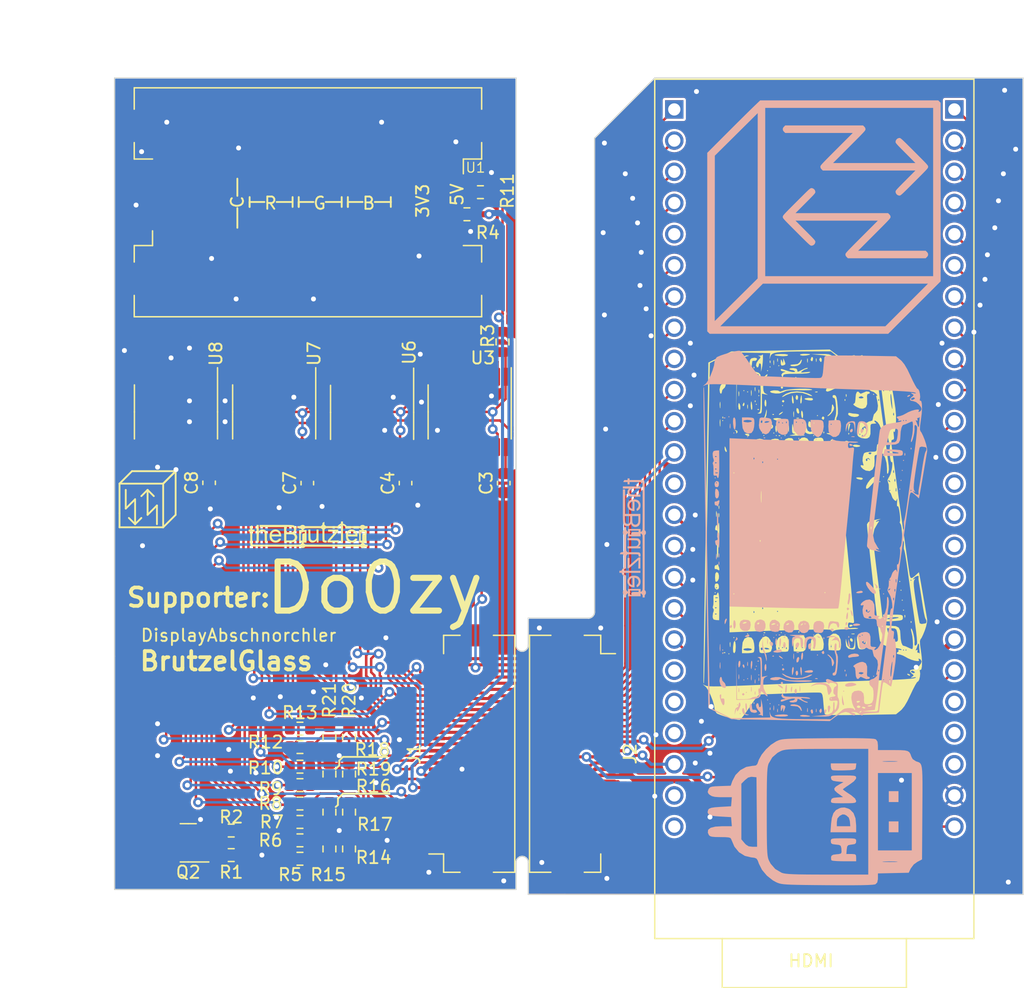
<source format=kicad_pcb>
(kicad_pcb (version 20221018) (generator pcbnew)
  (title_block (title "TTL_HDMI R1gol") (date "2023-03-22") (rev "4.0") (company "theBrutzler"))
  (layers (0 "F.Cu" signal) (31 "B.Cu" signal) (34 "B.Paste" user) (35 "F.Paste" user) (36 "B.SilkS" user "B.Silkscreen") (37 "F.SilkS" user "F.Silkscreen") (38 "B.Mask" user) (39 "F.Mask" user) (44 "Edge.Cuts" user))
  (net 0 "")
  (net 1 "GND")
  (net 2 "VCC")
  (net 3 "+5V")
  (net 4 "B5")
  (net 5 "B4")
  (net 6 "B3")
  (net 7 "B2")
  (net 8 "B1")
  (net 9 "B0")
  (net 10 "G5")
  (net 11 "G4")
  (net 12 "G3")
  (net 13 "G2")
  (net 14 "G1")
  (net 15 "G0")
  (net 16 "R5")
  (net 17 "R4")
  (net 18 "R3")
  (net 19 "R2")
  (net 20 "R1")
  (net 21 "R0")
  (net 22 "CLK")
  (net 23 "+3V3")
  (net 24 "R7")
  (net 25 "R6")
  (net 26 "G7")
  (net 27 "G6")
  (net 28 "B7")
  (net 29 "B6")
  (net 30 "Net-(U1-Pad3)")
  (net 31 "Net-(U1-Pad4)")
  (net 32 "Net-(U1-Pad6)")
  (net 33 "Net-(U1-Pad8)")
  (net 34 "Net-(U1-Pad39)")
  (net 35 "Net-(U1-Pad40)")
  (net 36 "Net-(U1-Pad41)")
  (net 37 "Net-(U1-Pad42)")
  (net 38 "Net-(U1-Pad43)")
  (net 39 "Net-(U1-Pad44)")
  (net 40 "Net-(U1-Pad45)")
  (net 41 "Net-(U1-Pad46)")
  (net 42 "Net-(U1-Pad47)")
  (net 43 "Net-(U1-Pad49)")
  (net 44 "Net-(U1-Pad50)")
  (net 51 "F_OE1")
  (net 52 "DE")
  (net 53 "VS")
  (net 54 "HS")
  (net 55 "F_B4")
  (net 56 "F_B3")
  (net 57 "F_B2")
  (net 58 "F_B1")
  (net 59 "F_B0")
  (net 60 "F_HS")
  (net 61 "F_VS")
  (net 62 "F_DE")
  (net 63 "F_B5")
  (net 64 "F_B6")
  (net 65 "F_B7")
  (net 66 "F_G0")
  (net 67 "F_G1")
  (net 68 "F_G2")
  (net 69 "F_G3")
  (net 70 "F_G4")
  (net 71 "F_G5")
  (net 72 "F_G6")
  (net 73 "F_G7")
  (net 74 "F_R0")
  (net 75 "F_R1")
  (net 76 "F_R2")
  (net 77 "F_R3")
  (net 78 "F_R4")
  (net 79 "F_R5")
  (net 80 "F_R6")
  (net 81 "F_R7")
  (net 82 "F_CLK")
  (net 87 "Net-(R4-Pad1)")
  (net 90 "Net-(Q2-B)")
  (net 99 "/32")
  (net 100 "/31")
  (net 101 "/30")
  (net 102 "/29")
  (net 103 "/28")
  (net 104 "/27")
  (net 105 "/26")
  (net 106 "/25")
  (net 107 "/24")
  (footprint "Resistor_SMD:R_0603_1608Metric" (layer "F.Cu") (at 91.1 135.5)
    (fp_text reference "R5")
    (fp_text value "10K")
  )
  (footprint "Resistor_SMD:R_0603_1608Metric" (layer "F.Cu") (at 91.1 128)
    (fp_text reference "R10")
    (fp_text value "10K")
  )
  (footprint "Resistor_SMD:R_0603_1608Metric" (layer "F.Cu") (at 95.1 134.7 -90)
    (fp_text reference "R14")
    (fp_text value "10K")
  )
  (footprint "Connector_FFC-FPC:Hirose_FH12-32S-0.5SH_1x32-1MP_P0.50mm_Horizontal" (layer "F.Cu") (at 104.1 126.95 90)
    (fp_text reference "J1")
    (fp_text value "Conn_01x32_Pin")
  )
  (footprint "TheBrutzlers_Lib:thebrutzler_10mm_mod" (layer "F.Cu") (at 91.8 109.1)
    (fp_text reference "G***" hide)
    (fp_text value "LOGO" hide)
  )
  (footprint "Resistor_SMD:R_0603_1608Metric" (layer "F.Cu") (at 91.1 124.9)
    (fp_text reference "R13")
    (fp_text value "10K")
  )
  (footprint "Package_SO:TSSOP-20_4.4x6.5mm_P0.65mm" (layer "F.Cu") (at 96.975 99.1375 -90)
    (fp_text reference "U6")
    (fp_text value "74LVX541")
  )
  (footprint "Resistor_SMD:R_0603_1608Metric" (layer "F.Cu") (at 91.1 134)
    (fp_text reference "R6")
    (fp_text value "10K")
  )
  (footprint "Connector_FFC-FPC:Hirose_FH12-50S-0.5SH_1x50-1MP_P0.50mm_Horizontal" (layer "F.Cu") (at 91.75 86.85)
    (fp_text reference "U2" hide)
    (fp_text value "1x50")
  )
  (footprint "Resistor_SMD:R_0603_1608Metric" (layer "F.Cu") (at 95.1 125.6 90)
    (fp_text reference "R20")
    (fp_text value "10K")
  )
  (footprint "Resistor_SMD:R_0603_1608Metric" (layer "F.Cu") (at 93.5 128.6 -90)
    (fp_text reference "R18")
    (fp_text value "10K")
  )
  (footprint "Capacitor_SMD:C_0603_1608Metric" (layer "F.Cu") (at 91.7 104.9 90)
    (fp_text reference "C7")
    (fp_text value "100n")
  )
  (footprint "Connector_FFC-FPC:Hirose_FH12-32S-0.5SH_1x32-1MP_P0.50mm_Horizontal" (layer "F.Cu") (at 114.3 126.95 -90)
    (fp_text reference "J2")
    (fp_text value "Conn_01x32_Pin")
  )
  (footprint "Resistor_SMD:R_0603_1608Metric" (layer "F.Cu") (at 91.1 132.5)
    (fp_text reference "R7")
    (fp_text value "10K")
  )
  (footprint "Connector_FFC-FPC:Hirose_FH12-50S-0.5SH_1x50-1MP_P0.50mm_Horizontal" (layer "F.Cu") (at 91.75 77.2 180)
    (fp_text reference "U1")
    (fp_text value "1x50")
  )
  (footprint "Package_TO_SOT_SMD:SOT-23" (layer "F.Cu") (at 82 134.2 180)
    (fp_text reference "Q2")
    (fp_text value "Q_NPN_BEC")
  )
  (footprint "Package_SO:TSSOP-20_4.4x6.5mm_P0.65mm" (layer "F.Cu") (at 81 99.1 -90)
    (fp_text reference "U8")
    (fp_text value "74LVX541")
  )
  (footprint "Resistor_SMD:R_0603_1608Metric" (layer "F.Cu") (at 95.1 131.7 90)
    (fp_text reference "R17")
    (fp_text value "10K")
  )
  (footprint "Resistor_SMD:R_0603_1608Metric" (layer "F.Cu") (at 93.5 125.6 90)
    (fp_text reference "R21")
    (fp_text value "10K")
  )
  (footprint "Resistor_SMD:R_0603_1608Metric" (layer "F.Cu") (at 105.8 81.2)
    (fp_text reference "R11")
    (fp_text value "0")
  )
  (footprint "Resistor_SMD:R_0603_1608Metric" (layer "F.Cu") (at 107.6 93.4 -90)
    (fp_text reference "R3")
    (fp_text value "10K")
  )
  (footprint "Package_SO:TSSOP-20_4.4x6.5mm_P0.65mm" (layer "F.Cu") (at 89 99.1 -90)
    (fp_text reference "U7")
    (fp_text value "74LVX541")
  )
  (footprint "Resistor_SMD:R_0603_1608Metric" (layer "F.Cu") (at 104.7 83)
    (fp_text reference "R4")
    (fp_text value "0")
  )
  (footprint "Resistor_SMD:R_0603_1608Metric" (layer "F.Cu") (at 91.1 131)
    (fp_text reference "R8")
    (fp_text value "10K")
  )
  (footprint "TheBrutzlers_Lib:Nano 9K" (layer "F.Cu") (at 133 77 -90)
    (fp_text reference "U5" hide)
    (fp_text value "NANO_9K")
  )
  (footprint "Resistor_SMD:R_0603_1608Metric" (layer "F.Cu") (at 85.5 135.2)
    (fp_text reference "R1")
    (fp_text value "10K")
  )
  (footprint "Resistor_SMD:R_0603_1608Metric" (layer "F.Cu") (at 93.5 134.7 -90)
    (fp_text reference "R15")
    (fp_text value "10K")
  )
  (footprint "KicadLibs:DS1054Z" (layer "F.Cu") (at 133 109 90)
    (fp_text reference "G***" hide)
    (fp_text value "LOGO" hide)
  )
  (footprint "TheBrutzlers_Lib:Symbol_kurzschlussblog" (layer "F.Cu") (at 76.4015 108.4985)
    (fp_text reference "SM3" hide)
    (fp_text value "SYM_Arrow45_Tiny" hide)
  )
  (footprint "Capacitor_SMD:C_0603_1608Metric" (layer "F.Cu") (at 83.7 104.875 90)
    (fp_text reference "C8")
    (fp_text value "100n")
  )
  (footprint "Package_SO:TSSOP-20_4.4x6.5mm_P0.65mm" (layer "F.Cu") (at 104.925 99.1 -90)
    (fp_text reference "U3")
    (fp_text value "74LVX541")
  )
  (footprint "Capacitor_SMD:C_0603_1608Metric" (layer "F.Cu") (at 107.7 104.9 90)
    (fp_text reference "C3")
    (fp_text value "100n")
  )
  (footprint "Resistor_SMD:R_0603_1608Metric" (layer "F.Cu") (at 91.1 126.4)
    (fp_text reference "R12")
    (fp_text value "10K")
  )
  (footprint "Resistor_SMD:R_0603_1608Metric" (layer "F.Cu") (at 95.1 128.6 -90)
    (fp_text reference "R19")
    (fp_text value "10K")
  )
  (footprint "Resistor_SMD:R_0603_1608Metric" (layer "F.Cu") (at 85.5 133.2 180)
    (fp_text reference "R2")
    (fp_text value "100K")
  )
  (footprint "Resistor_SMD:R_0603_1608Metric" (layer "F.Cu") (at 93.5 131.7 90)
    (fp_text reference "R16")
    (fp_text value "10K")
  )
  (footprint "Capacitor_SMD:C_0603_1608Metric" (layer "F.Cu") (at 99.7 104.9 90)
    (fp_text reference "C4")
    (fp_text value "100n")
  )
  (footprint "Resistor_SMD:R_0603_1608Metric" (layer "F.Cu") (at 91.1 129.5)
    (fp_text reference "R9")
    (fp_text value "10K")
  )
  (footprint "TheBrutzlers_Lib:thebrutzler_10mm_mod" (layer "B.Cu") (at 118.2 109.4 -90)
    (fp_text reference "G***" hide)
    (fp_text value "LOGO" hide)
  )
  (footprint "KicadLibs:DS1054Z" (layer "B.Cu") (at 133 109.3 -90)
    (fp_text reference "G***" hide)
    (fp_text value "LOGO" hide)
  )
  (footprint "KicadLibs:HDMI_STECKA" (layer "B.Cu") (at 133.75 132.75 90)
    (fp_text reference "G***" hide)
    (fp_text value "LOGO" hide)
  )
  (footprint "TheBrutzlers_Lib:Symbol_kurzschlussblog_20mm" (layer "B.Cu") (at 133.9 83.2 -90)
    (fp_text reference "G***" hide)
    (fp_text value "LOGO" hide)
  )
  (gr_line (start 94.2 130.6) (end 94.18875 131.118629) (stroke (width 0.15)) (layer "F.SilkS"))
  (gr_line (start 94.5 82) (end 94.5 82.4) (stroke (width 0.15)) (layer "F.SilkS"))
  (gr_line (start 90.5 82) (end 90.5 81.6) (stroke (width 0.15)) (layer "F.SilkS"))
  (gr_line (start 86 82.5) (end 86 84.1) (stroke (width 0.15)) (layer "F.SilkS"))
  (gr_line (start 98.5 82) (end 98.5 81.6) (stroke (width 0.15)) (layer "F.SilkS"))
  (gr_line (start 98.2 127.2) (end 94.6 127.2) (stroke (width 0.15)) (layer "F.SilkS"))
  (gr_line (start 93.2 82) (end 94.5 82) (stroke (width 0.15)) (layer "F.SilkS"))
  (gr_line (start 94.6 127.2) (end 94.3 127.5) (stroke (width 0.15)) (layer "F.SilkS"))
  (gr_line (start 94.5 82) (end 94.5 81.6) (stroke (width 0.15)) (layer "F.SilkS"))
  (gr_line (start 87 81.6) (end 87 82.4) (stroke (width 0.15)) (layer "F.SilkS"))
  (gr_line (start 89.2 82) (end 90.5 82) (stroke (width 0.15)) (layer "F.SilkS"))
  (gr_line (start 86 80.1) (end 86 81.5) (stroke (width 0.15)) (layer "F.SilkS"))
  (gr_line (start 95 82.4) (end 95 82) (stroke (width 0.15)) (layer "F.SilkS"))
  (gr_line (start 94.3 127.9) (end 94.3 127.5) (stroke (width 0.15)) (layer "F.SilkS"))
  (gr_line (start 91 82.4) (end 91 82) (stroke (width 0.15)) (layer "F.SilkS"))
  (gr_line (start 97.2 82) (end 98.5 82) (stroke (width 0.15)) (layer "F.SilkS"))
  (gr_line (start 90.5 82) (end 90.5 82.4) (stroke (width 0.15)) (layer "F.SilkS"))
  (gr_line (start 88.2 82) (end 87 82) (stroke (width 0.15)) (layer "F.SilkS"))
  (gr_line (start 96.2 82) (end 95 82) (stroke (width 0.15)) (layer "F.SilkS"))
  (gr_line (start 95 81.6) (end 95 82.4) (stroke (width 0.15)) (layer "F.SilkS"))
  (gr_line (start 87 82.4) (end 87 82) (stroke (width 0.15)) (layer "F.SilkS"))
  (gr_line (start 94.3 127.9) (end 94 128.2) (stroke (width 0.15)) (layer "F.SilkS"))
  (gr_line (start 94.18875 131.118629) (end 94.01125 131.281371) (stroke (width 0.15)) (layer "F.SilkS"))
  (gr_line (start 98.5 82) (end 98.5 82.4) (stroke (width 0.15)) (layer "F.SilkS"))
  (gr_line (start 98.4 130.2) (end 94.6 130.2) (stroke (width 0.15)) (layer "F.SilkS"))
  (gr_line (start 94.6 130.2) (end 94.2 130.6) (stroke (width 0.15)) (layer "F.SilkS"))
  (gr_line (start 92.2 82) (end 91 82) (stroke (width 0.15)) (layer "F.SilkS"))
  (gr_line (start 91 81.6) (end 91 82.4) (stroke (width 0.15)) (layer "F.SilkS"))
  (gr_line (start 109.7 118.1) (end 109.7 115.9) (stroke (width 0.1)) (layer "Edge.Cuts"))
  (gr_line (start 114.6 115.9) (end 109.7 115.9) (stroke (width 0.1)) (layer "Edge.Cuts"))
  (gr_line (start 120 71.9) (end 115.1 76.8) (stroke (width 0.1)) (layer "Edge.Cuts"))
  (gr_line (start 76 119) (end 76 71.9) (stroke (width 0.1)) (layer "Edge.Cuts"))
  (gr_line (start 115.1 76.8) (end 115.1 115.4) (stroke (width 0.1)) (layer "Edge.Cuts"))
  (gr_line (start 108.7 135.8) (end 108.7 138) (stroke (width 0.1)) (layer "Edge.Cuts"))
  (gr_line (start 108.7 138) (end 76 138) (stroke (width 0.1)) (layer "Edge.Cuts"))
  (gr_line (start 109.7 138.4) (end 150 138.4) (stroke (width 0.1)) (layer "Edge.Cuts"))
  (gr_line (start 109.7 135.8) (end 109.7 138.4) (stroke (width 0.1)) (layer "Edge.Cuts"))
  (gr_line (start 108.7 118.1) (end 108.7 71.9) (stroke (width 0.1)) (layer "Edge.Cuts"))
  (gr_arc (start 109.7 118.1) (mid 109.2 118.6) (end 108.7 118.1) (stroke (width 0.1)) (layer "Edge.Cuts"))
  (gr_arc (start 115.1 115.4) (mid 114.953553 115.753553) (end 114.6 115.9) (stroke (width 0.1)) (layer "Edge.Cuts"))
  (gr_line (start 120 71.9) (end 150 71.9) (stroke (width 0.1)) (layer "Edge.Cuts"))
  (gr_line (start 108.7 71.9) (end 76 71.9) (stroke (width 0.1)) (layer "Edge.Cuts"))
  (gr_line (start 76 119) (end 76 138) (stroke (width 0.1)) (layer "Edge.Cuts"))
  (gr_arc (start 108.7 135.8) (mid 109.2 135.3) (end 109.7 135.8) (stroke (width 0.1)) (layer "Edge.Cuts"))
  (gr_line (start 150 71.9) (end 150 138.4) (stroke (width 0.1)) (layer "Edge.Cuts"))
  (gr_text "C" (at 86 82 90) (layer "F.SilkS") (effects (font (size 1 1))))
  (gr_text "5V" (at 103.9 81.4 90) (layer "F.SilkS") (effects (font (size 1 1))))
  (gr_text "B" (at 96.7 82.1) (layer "F.SilkS") (effects (font (size 1 1))))
  (gr_text "Supporter:" (at 76.85 115.1) (layer "F.SilkS") (effects (font (size 1.5 1.5) (thickness 0.3) bold) (justify left bottom)))
  (gr_text "R" (at 88.7 82.1) (layer "F.SilkS") (effects (font (size 1 1))))
  (gr_text "BrutzelGlass" (at 85.1 119.4) (layer "F.SilkS") (effects (font (size 1.5 1.5) (thickness 0.3))))
  (gr_text "Do0zy" (at 88 115.8) (layer "F.SilkS") (effects (font (size 4 4) (thickness 0.5)) (justify left bottom)))
  (gr_text "3V3" (at 101.1 81.9 90) (layer "F.SilkS") (effects (font (size 1 1))))
  (gr_text "G" (at 92.7 82.1) (layer "F.SilkS") (effects (font (size 1 1))))
  (gr_text "DisplayAbschnorchler" (at 86.1 117.3) (layer "F.SilkS") (effects (font (size 1 1))))
  (segment (start 93.5 127.775) (end 94.175 127.1) (width 0.2) (layer "F.Cu") (net 1))
  (segment (start 120.1 127.5) (end 119.5 128.1) (width 0.5) (layer "F.Cu") (net 1))
  (segment (start 113.739712 128.2) (end 113.913713 128.374001) (width 0.25) (layer "F.Cu") (net 1))
  (segment (start 118.575499 128.124501) (end 118.6 128.1) (width 0.25) (layer "F.Cu") (net 1))
  (segment (start 85.5 79.05) (end 85.5 85) (width 0.2) (layer "F.Cu") (net 1))
  (segment (start 120.1 126.5) (end 120.1 127.5) (width 0.5) (layer "F.Cu") (net 1))
  (segment (start 120.1 126.5) (end 120.1 125.4) (width 0.5) (layer "F.Cu") (net 1))
  (segment (start 93.625 132.525) (end 94.3 133.2) (width 0.2) (layer "F.Cu") (net 1))
  (segment (start 94.425 127.1) (end 94.3 127.1) (width 0.2) (layer "F.Cu") (net 1))
  (segment (start 117.063031 128.124501) (end 118.575499 128.124501) (width 0.25) (layer "F.Cu") (net 1))
  (segment (start 115.100411 128.2) (end 116.15 128.2) (width 0.25) (layer "F.Cu") (net 1))
  (segment (start 94.975 126.425) (end 94.3 127.1) (width 0.2) (layer "F.Cu") (net 1))
  (segment (start 95.1 126.425) (end 94.975 126.425) (width 0.2) (layer "F.Cu") (net 1))
  (segment (start 93.5 133.875) (end 93.625 133.875) (width 0.2) (layer "F.Cu") (net 1))
  (segment (start 114.92641 128.374001) (end 115.100411 128.2) (width 0.25) (layer "F.Cu") (net 1))
  (segment (start 113.913713 128.374001) (end 114.92641 128.374001) (width 0.25) (layer "F.Cu") (net 1))
  (segment (start 102 85) (end 102 79.05) (width 0.2) (layer "F.Cu") (net 1))
  (segment (start 123.6 126.5) (end 123.9 126.8) (width 0.5) (layer "F.Cu") (net 1))
  (segment (start 82.9375 133.25) (end 82.9375 132.3625) (width 0.2) (layer "F.Cu") (net 1))
  (segment (start 116.987532 128.2) (end 117.063031 128.124501) (width 0.25) (layer "F.Cu") (net 1))
  (segment (start 116.15 128.2) (end 116.987532 128.2) (width 0.25) (layer "F.Cu") (net 1))
  (segment (start 119.5 128.1) (end 118.6 128.1) (width 0.5) (layer "F.Cu") (net 1))
  (segment (start 94.975 132.525) (end 94.3 133.2) (width 0.2) (layer "F.Cu") (net 1))
  (segment (start 123.9 126.8) (end 124.4 126.8) (width 0.5) (layer "F.Cu") (net 1))
  (segment (start 93.625 133.875) (end 94.3 133.2) (width 0.2) (layer "F.Cu") (net 1))
  (segment (start 93.5 126.425) (end 93.625 126.425) (width 0.2) (layer "F.Cu") (net 1))
  (segment (start 82.9375 132.3625) (end 83 132.3) (width 0.2) (layer "F.Cu") (net 1))
  (segment (start 94.975 133.875) (end 94.3 133.2) (width 0.2) (layer "F.Cu") (net 1))
  (segment (start 104.3 128.2) (end 113.739712 128.2) (width 0.25) (layer "F.Cu") (net 1))
  (segment (start 94.175 127.1) (end 94.3 127.1) (width 0.2) (layer "F.Cu") (net 1))
  (segment (start 120.1 125.4) (end 120.100001 125.400001) (width 0.25) (layer "F.Cu") (net 1))
  (segment (start 120.1 126.5) (end 123.6 126.5) (width 0.5) (layer "F.Cu") (net 1))
  (segment (start 86.5 79.05) (end 86.5 85) (width 0.2) (layer "F.Cu") (net 1))
  (segment (start 95.1 133.875) (end 94.975 133.875) (width 0.2) (layer "F.Cu") (net 1))
  (segment (start 84.675 133.2) (end 82.9875 133.2) (width 0.2) (layer "F.Cu") (net 1))
  (segment (start 80.5 85) (end 80.5 79.05) (width 0.2) (layer "F.Cu") (net 1))
  (segment (start 93.625 126.425) (end 94.3 127.1) (width 0.2) (layer "F.Cu") (net 1))
  (segment (start 82.9875 133.2) (end 82.9375 133.25) (width 0.2) (layer "F.Cu") (net 1))
  (segment (start 102.25 128.2) (end 104.3 128.2) (width 0.25) (layer "F.Cu") (net 1))
  (segment (start 124.4 126.8) (end 124.5 126.9) (width 0.25) (layer "F.Cu") (net 1))
  (segment (start 95.1 127.775) (end 94.425 127.1) (width 0.2) (layer "F.Cu") (net 1))
  (segment (start 93.5 132.525) (end 93.625 132.525) (width 0.2) (layer "F.Cu") (net 1))
  (segment (start 95.1 132.525) (end 94.975 132.525) (width 0.2) (layer "F.Cu") (net 1))
  (via (at 143 116.2) (size 0.8) (drill 0.4) (layers "F.Cu" "B.Cu") (net 1))
  (via (at 82.1 98.2) (size 0.8) (drill 0.4) (layers "F.Cu" "B.Cu") (net 1))
  (via (at 123.2 96.1) (size 0.8) (drill 0.4) (layers "F.Cu" "B.Cu") (net 1))
  (via (at 107.7 137.3) (size 0.8) (drill 0.4) (layers "F.Cu" "B.Cu") (net 1))
  (via (at 98.1 117.5) (size 0.8) (drill 0.4) (layers "F.Cu" "B.Cu") (net 1))
  (via (at 94.3 133.2) (size 0.8) (drill 0.4) (layers "F.Cu" "B.Cu") (net 1))
  (via (at 118.9 86.1) (size 0.8) (drill 0.4) (layers "F.Cu" "B.Cu") (net 1))
  (via (at 110.8 135.8) (size 0.8) (drill 0.4) (layers "F.Cu" "B.Cu") (net 1))
  (via (at 146.9 88.3) (size 0.8) (drill 0.4) (layers "F.Cu" "B.Cu") (net 1))
  (via (at 123.1 112.8) (size 0.8) (drill 0.4) (layers "F.Cu" "B.Cu") (net 1))
  (via (at 115.9 91.2) (size 0.8) (drill 0.4) (layers "F.Cu" "B.Cu") (net 1))
  (via (at 82.1 93.9) (size 0.8) (drill 0.4) (layers "F.Cu" "B.Cu") (net 1))
  (via (at 123.1 110.3) (size 0.8) (drill 0.4) (layers "F.Cu" "B.Cu") (net 1))
  (via (at 100.7 106.7) (size 0.8) (drill 0.4) (layers "F.Cu" "B.Cu") (net 1))
  (via (at 82.1 99.9) (size 0.8) (drill 0.4) (layers "F.Cu" "B.Cu") (net 1))
  (via (at 89.4 106.9) (size 0.8) (drill 0.4) (layers "F.Cu" "B.Cu") (net 1))
  (via (at 97.3 129.3) (size 0.8) (drill 0.4) (layers "F.Cu" "B.Cu") (net 1))
  (via (at 79.5005 103.6) (size 0.8) (drill 0.4) (layers "F.Cu" "B.Cu") (net 1))
  (via (at 102.3 100.6) (size 0.8) (drill 0.4) (layers "F.Cu" "B.Cu") (net 1))
  (via (at 85.434602 128.365398) (size 0.8) (drill 0.4) (layers "F.Cu" "B.Cu") (net 1))
  (via (at 116.1 137.1) (size 0.8) (drill 0.4) (layers "F.Cu" "B.Cu") (net 1))
  (via (at 143.1 98.5) (size 0.8) (drill 0.4) (layers "F.Cu" "B.Cu") (net 1))
  (via (at 110.6 116.7) (size 0.8) (drill 0.4) (layers "F.Cu" "B.Cu") (net 1))
  (via (at 85 99.9) (size 0.8) (drill 0.4) (layers "F.Cu" "B.Cu") (net 1))
  (via (at 143.4 93.5) (size 0.8) (drill 0.4) (layers "F.Cu" "B.Cu") (net 1))
  (via (at 124.5 126.9) (size 0.8) (drill 0.4) (layers "F.Cu" "B.Cu") (net 1))
  (via (at 97.75 75.5) (size 0.8) (drill 0.4) (layers "F.Cu" "B.Cu") (net 1))
  (via (at 104.3 128.2) (size 0.8) (drill 0.4) (layers "F.Cu" "B.Cu") (net 1))
  (via (at 92.2 89.9) (size 0.8) (drill 0.4) (layers "F.Cu" "B.Cu") (net 1))
  (via (at 115.8 84.5) (size 0.8) (drill 0.4) (layers "F.Cu" "B.Cu") (net 1))
  (via (at 88 135.2) (size 0.8) (drill 0.4) (layers "F.Cu" "B.Cu") (net 1))
  (via (at 93.2 119.7) (size 0.8) (drill 0.4) (layers "F.Cu" "B.Cu") (net 1))
  (via (at 122.9 93.5) (size 0.8) (drill 0.4) (layers "F.Cu" "B.Cu") (net 1))
  (via (at 90.6 97.9) (size 0.8) (drill 0.4) (layers "F.Cu" "B.Cu") (net 1))
  (via (at 92.2 121.9) (size 0.8) (drill 0.4) (layers "F.Cu" "B.Cu") (net 1))
  (via (at 148.8 137.4) (size 0.8) (drill 0.4) (layers "F.Cu" "B.Cu") (net 1))
  (via (at 146 92.6) (size 0.8) (drill 0.4) (layers "F.Cu" "B.Cu") (net 1))
  (via (at 78.2 77.9) (size 0.8) (drill 0.4) (layers "F.Cu" "B.Cu") (net 1))
  (via (at 115.9 77.2) (size 0.8) (drill 0.4) (layers "F.Cu" "B.Cu") (net 1))
  (via (at 100.9 94.4) (size 0.8) (drill 0.4) (layers "F.Cu" "B.Cu") (net 1))
  (via (at 106.7 79.6) (size 0.8) (drill 0.4) (layers "F.Cu" "B.Cu") (net 1))
  (via (at 87.5 128.5) (size 0.8) (drill 0.4) (layers "F.Cu" "B.Cu") (net 1))
  (via (at 83.8 107) (size 0.8) (drill 0.4) (layers "F.Cu" "B.Cu") (net 1))
  (via (at 123.3 107.5) (size 0.8) (drill 0.4) (layers "F.Cu" "B.Cu") (net 1))
  (via (at 85.3 126.6) (size 0.8) (drill 0.4) (layers "F.Cu" "B.Cu") (net 1))
  (via (at 101.6 136.6) (size 0.8) (drill 0.4) (layers "F.Cu" "B.Cu") (net 1))
  (via (at 120.100001 125.400001) (size 0.8) (drill 0.4) (layers "F.Cu" "B.Cu") (net 1))
  (via (at 80.6 94.7) (size 0.8) (drill 0.4) (layers "F.Cu" "B.Cu") (net 1))
  (via (at 79.5 124.5) (size 0.8) (drill 0.4) (layers "F.Cu" "B.Cu") (net 1))
  (via (at 103.8 77.1) (size 0.8) (drill 0.4) (layers "F.Cu" "B.Cu") (net 1))
  (via (at 118.6 83.7) (size 0.8) (drill 0.4) (layers "F.Cu" "B.Cu") (net 1))
  (via (at 122.9 98.6) (size 0.8) (drill 0.4) (layers "F.Cu" "B.Cu") (net 1))
  (via (at 76.8 94.1) (size 0.8) (drill 0.4) (layers "F.Cu" "B.Cu") (net 1))
  (via (at 148.5 72.9) (size 0.8) (drill 0.4) (layers "F.Cu" "B.Cu") (net 1))
  (via (at 116 100.5) (size 0.8) (drill 0.4) (layers "F.Cu" "B.Cu") (net 1))
  (via (at 142.9 102.8) (size 0.8) (drill 0.4) (layers "F.Cu" "B.Cu") (net 1))
  (via (at 87.299001 122.4) (size 0.8) (drill 0.4) (layers "F.Cu" "B.Cu") (net 1))
  (via (at 118.2 81.7) (size 0.8) (drill 0.4) (layers "F.Cu" "B.Cu") (net 1))
  (via (at 78.2745 110) (size 0.8) (drill 0.4) (layers "F.Cu" "B.Cu") (net 1))
  (via (at 119.7 92.9) (size 0.8) (drill 0.4) (layers "F.Cu" "B.Cu") (net 1))
  (via (at 146.5 90.4) (size 0.8) (drill 0.4) (layers "F.Cu" "B.Cu") (net 1))
  (via (at 105 84.4) (size 0.8) (drill 0.4) (layers "F.Cu" "B.Cu") (net 1))
  (via (at 117.6 79.7) (size 0.8) (drill 0.4) (layers "F.Cu" "B.Cu") (net 1))
  (via (at 98.2 134) (size 0.8) (drill 0.4) (layers "F.Cu" "B.Cu") (net 1))
  (via (at 85 98.2) (size 0.8) (drill 0.4) (layers "F.Cu" "B.Cu") (net 1))
  (via (at 149.4 77.7) (size 0.8) (drill 0.4) (layers "F.Cu" "B.Cu") (net 1))
  (via (at 106.7 97.8) (size 0.8) (drill 0.4) (layers "F.Cu" "B.Cu") (net 1))
  (via (at 147.7 84.1) (size 0.8) (drill 0.4) (layers "F.Cu" "B.Cu") (net 1))
  (via (at 83 132.3) (size 0.8) (drill 0.4) (layers "F.Cu" "B.Cu") (net 1))
  (via (at 100.8 86.4) (size 0.8) (drill 0.4) (layers "F.Cu" "B.Cu") (net 1))
  (via (at 123.8 124.3) (size 0.8) (drill 0.4) (layers "F.Cu" "B.Cu") (net 1))
  (via (at 147.1 86.3) (size 0.8) (drill 0.4) (layers "F.Cu" "B.Cu") (net 1))
  (via (at 141.3 119.9) (size 0.8) (drill 0.4) (layers "F.Cu" "B.Cu") (net 1))
  (via (at 98 100.6) (size 0.8) (drill 0.4) (layers "F.Cu" "B.Cu") (net 1))
  (via (at 120 130.4) (size 0.8) (drill 0.4) (layers "F.Cu" "B.Cu") (net 1))
  (via (at 101 98.3) (size 0.8) (drill 0.4) (layers "F.Cu" "B.Cu") (net 1))
  (via (at 79.5 127.1) (size 0.8) (drill 0.4) (layers "F.Cu" "B.Cu") (net 1))
  (via (at 119.3 90.7) (size 0.8) (drill 0.4) (layers "F.Cu" "B.Cu") (net 1))
  (via (at 98.7 97.9) (size 0.8) (drill 0.4) (layers "F.Cu" "B.Cu") (net 1))
  (via (at 115.6 116.7) (size 0.8) (drill 0.4) (layers "F.Cu" "B.Cu") (net 1))
  (via (at 124.6 123.1) (size 0.8) (drill 0.4) (layers "F.Cu" "B.Cu") (net 1))
  (via (at 92.9 106.8) (size 0.8) (drill 0.4) (layers "F.Cu" "B.Cu") (net 1))
  (via (at 116.1 109.9) (size 0.8) (drill 0.4) (layers "F.Cu" "B.Cu") (net 1))
  (via (at 86.1 77.6) (size 0.8) (drill 0.4) (layers "F.Cu" "B.Cu") (net 1))
  (via (at 89.184602 132.115398) (size 0.8) (drill 0.4) (layers "F.Cu" "B.Cu") (net 1))
  (via (at 124.5 132.1) (size 0.8) (drill 0.4) (layers "F.Cu" "B.Cu") (net 1))
  (via (at 89.5 122.3) (size 0.8) (drill 0.4) (layers "F.Cu" "B.Cu") (net 1))
  (via (at 99.2 125.8) (size 0.8) (drill 0.4) (layers "F.Cu" "B.Cu") (net 1))
  (via (at 148.4 79.7) (size 0.8) (drill 0.4) (layers "F.Cu" "B.Cu") (net 1))
  (via (at 94.3 127.1) (size 0.8) (drill 0.4) (layers "F.Cu" "B.Cu") (net 1))
  (via (at 123.4 73) (size 0.8) (drill 0.4) (layers "F.Cu" "B.Cu") (net 1))
  (via (at 123.3 127.7) (size 0.8) (drill 0.4) (layers "F.Cu" "B.Cu") (net 1))
  (via (at 77.75 82.25) (size 0.8) (drill 0.4) (layers "F.Cu" "B.Cu") (net 1))
  (via (at 81 103.8) (size 0.8) (drill 0.4) (layers "F.Cu" "B.Cu") (net 1))
  (via (at 118.8 88.8) (size 0.8) (drill 0.4) (layers "F.Cu" "B.Cu") (net 1))
  (via (at 148 81.9) (size 0.8) (drill 0.4) (layers "F.Cu" "B.Cu") (net 1))
  (via (at 96.1 122.4) (size 0.8) (drill 0.4) (layers "F.Cu" "B.Cu") (net 1))
  (via (at 80.25 75.5) (size 0.8) (drill 0.4) (layers "F.Cu" "B.Cu") (net 1))
  (via (at 140.1 129.1) (size 0.8) (drill 0.4) (layers "F.Cu" "B.Cu") (net 1))
  (via (at 85.9 89.9) (size 0.8) (drill 0.4) (layers "F.Cu" "B.Cu") (net 1))
  (via (at 83.9 86.6) (size 0.8) (drill 0.4) (layers "F.Cu" "B.Cu") (net 1))
  (segment (start 104.475 78.075) (end 101.025 78.075) (width 0.25) (layer "F.Cu") (net 2))
  (segment (start 104.975 78.575) (end 104.475 78.075) (width 0.25) (layer "F.Cu") (net 2))
  (segment (start 101 85) (end 101 79.05) (width 0.2) (layer "F.Cu") (net 2))
  (segment (start 104.975 81.2) (end 104.975 78.575) (width 0.25) (layer "F.Cu") (net 2))
  (segment (start 101.025 78.075) (end 101 78.1) (width 0.25) (layer "F.Cu") (net 2))
  (segment (start 101 78.1) (end 101 79.05) (width 0.25) (layer "F.Cu") (net 2))
  (segment (start 118.36375 129.052994) (end 118.455006 129.052994) (width 0.5) (layer "F.Cu") (net 3))
  (segment (start 118.455006 129.052994) (end 118.501513 129.099501) (width 0.5) (layer "F.Cu") (net 3))
  (segment (start 103.775402 128.7) (end 103.999902 128.9245) (width 0.25) (layer "F.Cu") (net 3))
  (segment (start 116.15 128.7) (end 117.3 128.7) (width 0.25) (layer "F.Cu") (net 3))
  (segment (start 106.5 83) (end 105.525 83) (width 0.5) (layer "F.Cu") (net 3))
  (segment (start 117.3 128.7) (end 118.010756 128.7) (width 0.5) (layer "F.Cu") (net 3))
  (segment (start 123.6 130.2) (end 141.1 130.2) (width 0.5) (layer "F.Cu") (net 3))
  (segment (start 122.499501 129.099501) (end 123.6 130.2) (width 0.5) (layer "F.Cu") (net 3))
  (segment (start 118.501513 129.099501) (end 122.499501 129.099501) (width 0.5) (layer "F.Cu") (net 3))
  (segment (start 104.800098 128.9245) (end 104.901096 128.823502) (width 0.25) (layer "F.Cu") (net 3))
  (segment (start 115.112599 128.823502) (end 115.236101 128.7) (width 0.25) (layer "F.Cu") (net 3))
  (segment (start 142.55 119.49845) (end 144.40845 117.64) (width 0.5) (layer "F.Cu") (net 3))
  (segment (start 102.25 128.7) (end 103.775402 128.7) (width 0.25) (layer "F.Cu") (net 3))
  (segment (start 142.55 128.75) (end 142.55 119.49845) (width 0.5) (layer "F.Cu") (net 3))
  (segment (start 141.1 130.2) (end 142.55 128.75) (width 0.5) (layer "F.Cu") (net 3))
  (segment (start 103.999902 128.9245) (end 104.800098 128.9245) (width 0.25) (layer "F.Cu") (net 3))
  (segment (start 115.236101 128.7) (end 116.15 128.7) (width 0.25) (layer "F.Cu") (net 3))
  (segment (start 104.901096 128.823502) (end 115.112599 128.823502) (width 0.25) (layer "F.Cu") (net 3))
  (segment (start 102.25 128.7) (end 101.305069 128.7) (width 0.25) (layer "F.Cu") (net 3))
  (segment (start 118.010756 128.7) (end 118.36375 129.052994) (width 0.5) (layer "F.Cu") (net 3))
  (segment (start 101.305069 128.7) (end 100.962136 128.357067) (width 0.25) (layer "F.Cu") (net 3))
  (via (at 106.5 83) (size 0.8) (drill 0.4) (layers "F.Cu" "B.Cu") (net 3))
  (via (at 100.962136 128.357067) (size 0.8) (drill 0.4) (layers "F.Cu" "B.Cu") (net 3))
  (segment (start 107.4 82.9) (end 108.25 83.75) (width 0.5) (layer "B.Cu") (net 3))
  (segment (start 106.6 82.9) (end 107.4 82.9) (width 0.5) (layer "B.Cu") (net 3))
  (segment (start 106.5 83) (end 106.6 82.9) (width 0.5) (layer "B.Cu") (net 3))
  (segment (start 108.25 121.15) (end 101.042933 128.357067) (width 0.5) (layer "B.Cu") (net 3))
  (segment (start 101.042933 128.357067) (end 100.962136 128.357067) (width 0.5) (layer "B.Cu") (net 3))
  (segment (start 108.25 83.75) (end 108.25 121.15) (width 0.5) (layer "B.Cu") (net 3))
  (segment (start 98.002495 88.634502) (end 98.002495 88.502495) (width 0.2) (layer "F.Cu") (net 4))
  (segment (start 103.95 96.2375) (end 103.95 94.582007) (width 0.2) (layer "F.Cu") (net 4))
  (segment (start 97.5 88) (end 97.5 85) (width 0.2) (layer "F.Cu") (net 4))
  (segment (start 97.5 79.05) (end 97.5 85) (width 0.2) (layer "F.Cu") (net 4))
  (segment (start 98.002495 88.502495) (end 97.5 88) (width 0.2) (layer "F.Cu") (net 4))
  (segment (start 103.95 94.582007) (end 98.002495 88.634502) (width 0.2) (layer "F.Cu") (net 4))
  (segment (start 103.3 94.496987) (end 97.602994 88.799981) (width 0.2) (layer "F.Cu") (net 5))
  (segment (start 97 79.05) (end 97 85) (width 0.2) (layer "F.Cu") (net 5))
  (segment (start 103.3 96.2375) (end 103.3 94.496987) (width 0.2) (layer "F.Cu") (net 5))
  (segment (start 97.602994 88.66868) (end 97 88.065686) (width 0.2) (layer "F.Cu") (net 5))
  (segment (start 97.602994 88.799981) (end 97.602994 88.66868) (width 0.2) (layer "F.Cu") (net 5))
  (segment (start 97 88.065686) (end 97 85) (width 0.2) (layer "F.Cu") (net 5))
  (segment (start 97.203493 88.96546) (end 97.203493 88.834159) (width 0.2) (layer "F.Cu") (net 6))
  (segment (start 97.203493 88.834159) (end 96.5 88.130666) (width 0.2) (layer "F.Cu") (net 6))
  (segment (start 96.5 88.130666) (end 96.5 85) (width 0.2) (layer "F.Cu") (net 6))
  (segment (start 102.65 94.411967) (end 97.203493 88.96546) (width 0.2) (layer "F.Cu") (net 6))
  (segment (start 96.5 79.05) (end 96.5 85) (width 0.2) (layer "F.Cu") (net 6))
  (segment (start 102.65 96.2375) (end 102.65 94.411967) (width 0.2) (layer "F.Cu") (net 6))
  (segment (start 96.803992 89.130939) (end 96.803992 89.000343) (width 0.2) (layer "F.Cu") (net 7))
  (segment (start 96.803992 89.000343) (end 96 88.196351) (width 0.2) (layer "F.Cu") (net 7))
  (segment (start 99.25 96.275) (end 99.25 91.576947) (width 0.2) (layer "F.Cu") (net 7))
  (segment (start 96 79.05) (end 96 85) (width 0.2) (layer "F.Cu") (net 7))
  (segment (start 99.25 91.576947) (end 96.803992 89.130939) (width 0.2) (layer "F.Cu") (net 7))
  (segment (start 96 88.196351) (end 96 85) (width 0.2) (layer "F.Cu") (net 7))
  (segment (start 98.6 91.491927) (end 96.404491 89.296418) (width 0.2) (layer "F.Cu") (net 8))
  (segment (start 95.5 88.261332) (end 95.5 85) (width 0.2) (layer "F.Cu") (net 8))
  (segment (start 95.5 79.05) (end 95.5 85) (width 0.2) (layer "F.Cu") (net 8))
  (segment (start 96.404491 89.165823) (end 95.5 88.261332) (width 0.2) (layer "F.Cu") (net 8))
  (segment (start 98.6 96.275) (end 98.6 91.491927) (width 0.2) (layer "F.Cu") (net 8))
  (segment (start 96.404491 89.296418) (end 96.404491 89.165823) (width 0.2) (layer "F.Cu") (net 8))
  (segment (start 96.00499 89.332007) (end 95 88.327017) (width 0.2) (layer "F.Cu") (net 9))
  (segment (start 95 79.05) (end 95 85) (width 0.2) (layer "F.Cu") (net 9))
  (segment (start 97.95 96.275) (end 97.95 91.406907) (width 0.2) (layer "F.Cu") (net 9))
  (segment (start 95 88.327017) (end 95 85) (width 0.2) (layer "F.Cu") (net 9))
  (segment (start 96.00499 89.461897) (end 96.00499 89.332007) (width 0.2) (layer "F.Cu") (net 9))
  (segment (start 97.95 91.406907) (end 96.00499 89.461897) (width 0.2) (layer "F.Cu") (net 9))
  (segment (start 94.806487 89.829151) (end 93.5 88.522664) (width 0.2) (layer "F.Cu") (net 10))
  (segment (start 94.806487 89.958334) (end 94.806487 89.829151) (width 0.2) (layer "F.Cu") (net 10))
  (segment (start 93.5 79.05) (end 93.5 85) (width 0.2) (layer "F.Cu") (net 10))
  (segment (start 96 91.151847) (end 94.806487 89.958334) (width 0.2) (layer "F.Cu") (net 10))
  (segment (start 93.5 88.522664) (end 93.5 85) (width 0.2) (layer "F.Cu") (net 10))
  (segment (start 96 96.275) (end 96 91.151847) (width 0.2) (layer "F.Cu") (net 10))
  (segment (start 95.35 91.066827) (end 94.406986 90.123813) (width 0.2) (layer "F.Cu") (net 11))
  (segment (start 93 88.588349) (end 93 85) (width 0.2) (layer "F.Cu") (net 11))
  (segment (start 93 79.05) (end 93 85) (width 0.2) (layer "F.Cu") (net 11))
  (segment (start 94.406986 89.995335) (end 93 88.588349) (width 0.2) (layer "F.Cu") (net 11))
  (segment (start 94.406986 90.123813) (end 94.406986 89.995335) (width 0.2) (layer "F.Cu") (net 11))
  (segment (start 95.35 96.275) (end 95.35 91.066827) (width 0.2) (layer "F.Cu") (net 11))
  (segment (start 92.5 79.05) (end 92.5 85) (width 0.2) (layer "F.Cu") (net 12))
  (segment (start 94.007485 90.207485) (end 92.5 88.7) (width 0.2) (layer "F.Cu") (net 12))
  (segment (start 94.7 96.275) (end 94.7 90.981807) (width 0.2) (layer "F.Cu") (net 12))
  (segment (start 94.7 90.981807) (end 94.007485 90.289292) (width 0.2) (layer "F.Cu") (net 12))
  (segment (start 92.5 88.7) (end 92.5 85) (width 0.2) (layer "F.Cu") (net 12))
  (segment (start 94.007485 90.289292) (end 94.007485 90.207485) (width 0.2) (layer "F.Cu") (net 12))
  (segment (start 92 87.2) (end 92 85) (width 0.2) (layer "F.Cu") (net 13))
  (segment (start 92 79.05) (end 92 85) (width 0.2) (layer "F.Cu") (net 13))
  (segment (start 91.275 96.2375) (end 91.275 87.925) (width 0.2) (layer "F.Cu") (net 13))
  (segment (start 91.275 87.925) (end 92 87.2) (width 0.2) (layer "F.Cu") (net 13))
  (segment (start 90.625 87.975) (end 91.5 87.1) (width 0.2) (layer "F.Cu") (net 14))
  (segment (start 91.5 79.05) (end 91.5 85) (width 0.2) (layer "F.Cu") (net 14))
  (segment (start 90.625 96.2375) (end 90.625 87.975) (width 0.2) (layer "F.Cu") (net 14))
  (segment (start 91.5 87.1) (end 91.5 85) (width 0.2) (layer "F.Cu") (net 14))
  (segment (start 89.975 96.2375) (end 89.975 88.025) (width 0.2) (layer "F.Cu") (net 15))
  (segment (start 91 79.05) (end 91 85) (width 0.2) (layer "F.Cu") (net 15))
  (segment (start 91 87) (end 91 85) (width 0.2) (layer "F.Cu") (net 15))
  (segment (start 89.975 88.025) (end 91 87) (width 0.2) (layer "F.Cu") (net 15))
  (segment (start 88.025 96.2375) (end 88.025 88.075) (width 0.2) (layer "F.Cu") (net 16))
  (segment (start 89.5 86.6) (end 89.5 85) (width 0.2) (layer "F.Cu") (net 16))
  (segment (start 89.5 79.05) (end 89.5 85) (width 0.2) (layer "F.Cu") (net 16))
  (segment (start 88.025 88.075) (end 89.5 86.6) (width 0.2) (layer "F.Cu") (net 16))
  (segment (start 89 79.05) (end 89 85) (width 0.2) (layer "F.Cu") (net 17))
  (segment (start 87.375 88.08998) (end 89 86.46498) (width 0.2) (layer "F.Cu") (net 17))
  (segment (start 89 86.46498) (end 89 85) (width 0.2) (layer "F.Cu") (net 17))
  (segment (start 87.375 96.2375) (end 87.375 88.08998) (width 0.2) (layer "F.Cu") (net 17))
  (segment (start 88.5 86.4) (end 88.5 85) (width 0.2) (layer "F.Cu") (net 18))
  (segment (start 88.5 79.05) (end 88.5 85) (width 0.2) (layer "F.Cu") (net 18))
  (segment (start 86.725 88.175) (end 88.5 86.4) (width 0.2) (layer "F.Cu") (net 18))
  (segment (start 86.725 96.2375) (end 86.725 88.175) (width 0.2) (layer "F.Cu") (net 18))
  (segment (start 83.699002 90.630958) (end 88 86.32996) (width 0.2) (layer "F.Cu") (net 19))
  (segment (start 88 79.05) (end 88 85) (width 0.2) (layer "F.Cu") (net 19))
  (segment (start 83.275 96.2375) (end 83.275 95.414275) (width 0.2) (layer "F.Cu") (net 19))
  (segment (start 88 86.32996) (end 88 84.85) (width 0.2) (layer "F.Cu") (net 19))
  (segment (start 83.275 95.414275) (end 83.699002 94.990273) (width 0.2) (layer "F.Cu") (net 19))
  (segment (start 83.699002 94.990273) (end 83.699002 90.630958) (width 0.2) (layer "F.Cu") (net 19))
  (segment (start 87.5 79.05) (end 87.5 85) (width 0.2) (layer "F.Cu") (net 20))
  (segment (start 87.5 86.26498) (end 87.5 85) (width 0.2) (layer "F.Cu") (net 20))
  (segment (start 83.299501 94.824794) (end 83.299501 90.465479) (width 0.2) (layer "F.Cu") (net 20))
  (segment (start 83.299501 90.465479) (end 87.5 86.26498) (width 0.2) (layer "F.Cu") (net 20))
  (segment (start 82.625 96.2375) (end 82.625 95.499295) (width 0.2) (layer "F.Cu") (net 20))
  (segment (start 82.625 95.499295) (end 83.299501 94.824794) (width 0.2) (layer "F.Cu") (net 20))
  (segment (start 81.975 96.2375) (end 81.975 95.584315) (width 0.2) (layer "F.Cu") (net 21))
  (segment (start 87 79.05) (end 87 85) (width 0.2) (layer "F.Cu") (net 21))
  (segment (start 82.9 90.3) (end 87 86.2) (width 0.2) (layer "F.Cu") (net 21))
  (segment (start 82.9 94.659315) (end 82.9 90.3) (width 0.2) (layer "F.Cu") (net 21))
  (segment (start 81.975 95.584315) (end 82.9 94.659315) (width 0.2) (layer "F.Cu") (net 21))
  (segment (start 87 86.2) (end 87 85) (width 0.2) (layer "F.Cu") (net 21))
  (segment (start 86 79.05) (end 86 85) (width 0.2) (layer "F.Cu") (net 22))
  (segment (start 81.325 90.425) (end 86 85.75) (width 0.2) (layer "F.Cu") (net 22))
  (segment (start 86 85.75) (end 86 85) (width 0.2) (layer "F.Cu") (net 22))
  (segment (start 81.325 96.2375) (end 81.325 90.425) (width 0.2) (layer "F.Cu") (net 22))
  (segment (start 108.4 93.375) (end 107.6 92.575) (width 0.2) (layer "F.Cu") (net 23))
  (segment (start 107.85 103.975) (end 107.7 104.125) (width 0.2) (layer "F.Cu") (net 23))
  (segment (start 119.6 131.8) (end 122.1 131.8) (width 0.2) (layer "F.Cu") (net 23))
  (segment (start 92.5 100.7) (end 93.4 99.8) (width 0.2) (layer "F.Cu") (net 23))
  (segment (start 123.18 132.88) (end 144.40845 132.88) (width 0.2) (layer "F.Cu") (net 23))
  (segment (start 103.504022 129.7) (end 103.627524 129.823502) (width 0.25) (layer "F.Cu") (net 23))
  (segment (start 99.9 102) (end 99.9 103.925) (width 0.2) (layer "F.Cu") (net 23))
  (segment (start 85.2 101.534315) (end 86.733815 100.0005) (width 0.2) (layer "F.Cu") (net 23))
  (segment (start 92.6 103.5) (end 91.975 104.125) (width 0.2) (layer "F.Cu") (net 23))
  (segment (start 83.7 104.1) (end 84.3 104.1) (width 0.2) (layer "F.Cu") (net 23))
  (segment (start 102.25 129.7) (end 100.3 129.7) (width 0.25) (layer "F.Cu") (net 23))
  (segment (start 108.3 100.7) (end 108.4 100.8) (width 0.2) (layer "F.Cu") (net 23))
  (segment (start 107.6 82.175) (end 106.625 81.2) (width 0.2) (layer "F.Cu") (net 23))
  (segment (start 103.627524 129.823502) (end 105.172476 129.823502) (width 0.25) (layer "F.Cu") (net 23))
  (segment (start 108.4 103.5) (end 107.775 104.125) (width 0.2) (layer "F.Cu") (net 23))
  (segment (start 83.925 101.9625) (end 83.925 103.875) (width 0.2) (layer "F.Cu") (net 23))
  (segment (start 105.172476 129.823502) (end 105.273472 129.722506) (width 0.25) (layer "F.Cu") (net 23))
  (segment (start 116.127494 129.722506) (end 116.15 129.7) (width 0.25) (layer "F.Cu") (net 23))
  (segment (start 85.2 103.2) (end 85.2 101.534315) (width 0.2) (layer "F.Cu") (net 23))
  (segment (start 117.5 129.7) (end 119.6 131.8) (width 0.2) (layer "F.Cu") (net 23))
  (segment (start 84.3 104.1) (end 85.2 103.2) (width 0.2) (layer "F.Cu") (net 23))
  (segment (start 93.4 99.8) (end 100.6 99.8) (width 0.2) (layer "F.Cu") (net 23))
  (segment (start 107.3 91.4) (end 107.6 91.1) (width 0.25) (layer "F.Cu") (net 23))
  (segment (start 91.975 104.125) (end 91.7 104.125) (width 0.2) (layer "F.Cu") (net 23))
  (segment (start 108.4 100.6) (end 108.4 93.375) (width 0.2) (layer "F.Cu") (net 23))
  (segment (start 122.1 131.8) (end 123.18 132.88) (width 0.2) (layer "F.Cu") (net 23))
  (segment (start 107.775 104.125) (end 107.7 104.125) (width 0.2) (layer "F.Cu") (net 23))
  (segment (start 91.925 103.9) (end 91.7 104.125) (width 0.2) (layer "F.Cu") (net 23))
  (segment (start 91.8005 100.0005) (end 92.5 100.7) (width 0.2) (layer "F.Cu") (net 23))
  (segment (start 107.6 92.575) (end 107.6 82.175) (width 0.2) (layer "F.Cu") (net 23))
  (segment (start 100.6 103.225) (end 100.6 99.8) (width 0.2) (layer "F.Cu") (net 23))
  (segment (start 108.4 101.1) (end 108.4 100.3) (width 0.2) (layer "F.Cu") (net 23))
  (segment (start 83.925 103.875) (end 83.7 104.1) (width 0.2) (layer "F.Cu") (net 23))
  (segment (start 105.273472 129.722506) (end 116.127494 129.722506) (width 0.25) (layer "F.Cu") (net 23))
  (segment (start 108.4 101.1) (end 108.4 103.5) (width 0.2) (layer "F.Cu") (net 23))
  (segment (start 107.85 101.9625) (end 107.85 103.975) (width 0.2) (layer "F.Cu") (net 23))
  (segment (start 102.25 129.7) (end 103.504022 129.7) (width 0.25) (layer "F.Cu") (net 23))
  (segment (start 99.7 104.125) (end 100.6 103.225) (width 0.2) (layer "F.Cu") (net 23))
  (segment (start 108.3 100.7) (end 108.4 100.6) (width 0.2) (layer "F.Cu") (net 23))
  (segment (start 108.4 100.8) (end 108.4 101.1) (width 0.2) (layer "F.Cu") (net 23))
  (segment (start 107.4 99.8) (end 108.3 100.7) (width 0.2) (layer "F.Cu") (net 23))
  (segment (start 92.5 100.7) (end 92.6 100.7) (width 0.2) (layer "F.Cu") (net 23))
  (segment (start 100.6 99.8) (end 107.4 99.8) (width 0.2) (layer "F.Cu") (net 23))
  (segment (start 86.733815 100.0005) (end 91.8005 100.0005) (width 0.2) (layer "F.Cu") (net 23))
  (segment (start 91.925 101.9625) (end 91.925 103.9) (width 0.2) (layer "F.Cu") (net 23))
  (segment (start 99.9 103.925) (end 99.7 104.125) (width 0.2) (layer "F.Cu") (net 23))
  (segment (start 116.15 129.7) (end 117.5 129.7) (width 0.2) (layer "F.Cu") (net 23))
  (segment (start 92.6 100.7) (end 92.6 103.5) (width 0.2) (layer "F.Cu") (net 23))
  (via (at 107.3 91.4) (size 0.8) (drill 0.4) (layers "F.Cu" "B.Cu") (net 23))
  (via (at 100.3 129.7) (size 0.8) (drill 0.4) (layers "F.Cu" "B.Cu") (net 23))
  (segment (start 100.3 129.7) (end 100.235664 129.635664) (width 0.25) (layer "B.Cu") (net 23))
  (segment (start 107.6 119.1) (end 107.6 101.4) (width 0.25) (layer "B.Cu") (net 23))
  (segment (start 100.235664 127.964336) (end 100.9 127.3) (width 0.25) (layer "B.Cu") (net 23))
  (segment (start 100.235664 128.4) (end 100.235664 127.964336) (width 0.25) (layer "B.Cu") (net 23))
  (segment (start 107.6 91.7) (end 107.3 91.4) (width 0.25) (layer "B.Cu") (net 23))
  (segment (start 107.6 101.4) (end 107.6 91.7) (width 0.25) (layer "B.Cu") (net 23))
  (segment (start 100.235664 129.635664) (end 100.235664 128.4) (width 0.25) (layer "B.Cu") (net 23))
  (segment (start 107.6 120.6) (end 107.6 119.1) (width 0.25) (layer "B.Cu") (net 23))
  (segment (start 100.9 127.3) (end 107.6 120.6) (width 0.25) (layer "B.Cu") (net 23))
  (segment (start 90.5 86.9) (end 90.5 85) (width 0.2) (layer "F.Cu") (net 24))
  (segment (start 90.5 79.05) (end 90.5 85) (width 0.2) (layer "F.Cu") (net 24))
  (segment (start 89.325 88.075) (end 90.5 86.9) (width 0.2) (layer "F.Cu") (net 24))
  (segment (start 89.325 96.2375) (end 89.325 88.075) (width 0.2) (layer "F.Cu") (net 24))
  (segment (start 90 86.83502) (end 90 85) (width 0.2) (layer "F.Cu") (net 25))
  (segment (start 90 79.05) (end 90 85) (width 0.2) (layer "F.Cu") (net 25))
  (segment (start 88.675 88.16002) (end 90 86.83502) (width 0.2) (layer "F.Cu") (net 25))
  (segment (start 88.675 96.2375) (end 88.675 88.16002) (width 0.2) (layer "F.Cu") (net 25))
  (segment (start 95.605489 89.627376) (end 95.605489 89.497487) (width 0.2) (layer "F.Cu") (net 26))
  (segment (start 94.5 79.05) (end 94.5 85) (width 0.2) (layer "F.Cu") (net 26))
  (segment (start 97.3 96.275) (end 97.3 91.321887) (width 0.2) (layer "F.Cu") (net 26))
  (segment (start 95.605489 89.497487) (end 94.5 88.391998) (width 0.2) (layer "F.Cu") (net 26))
  (segment (start 94.5 88.391998) (end 94.5 85) (width 0.2) (layer "F.Cu") (net 26))
  (segment (start 97.3 91.321887) (end 95.605489 89.627376) (width 0.2) (layer "F.Cu") (net 26))
  (segment (start 95.205988 89.792855) (end 95.205988 89.663671) (width 0.2) (layer "F.Cu") (net 27))
  (segment (start 96.65 91.236867) (end 95.205988 89.792855) (width 0.2) (layer "F.Cu") (net 27))
  (segment (start 94 88.457683) (end 94 85) (width 0.2) (layer "F.Cu") (net 27))
  (segment (start 96.65 96.275) (end 96.65 91.236867) (width 0.2) (layer "F.Cu") (net 27))
  (segment (start 94 79.05) (end 94 85) (width 0.2) (layer "F.Cu") (net 27))
  (segment (start 95.205988 89.663671) (end 94 88.457683) (width 0.2) (layer "F.Cu") (net 27))
  (segment (start 98.5 79.05) (end 98.5 85) (width 0.2) (layer "F.Cu") (net 28))
  (segment (start 105.25 94.752047) (end 98.801497 88.303544) (width 0.2) (layer "F.Cu") (net 28))
  (segment (start 98.801497 88.171537) (end 98.5 87.87004) (width 0.2) (layer "F.Cu") (net 28))
  (segment (start 98.5 87.87004) (end 98.5 85) (width 0.2) (layer "F.Cu") (net 28))
  (segment (start 105.25 96.2375) (end 105.25 94.752047) (width 0.2) (layer "F.Cu") (net 28))
  (segment (start 98.801497 88.303544) (end 98.801497 88.171537) (width 0.2) (layer "F.Cu") (net 28))
  (segment (start 98 79.05) (end 98 85) (width 0.2) (layer "F.Cu") (net 29))
  (segment (start 98.401996 88.337016) (end 98 87.93502) (width 0.2) (layer "F.Cu") (net 29))
  (segment (start 98.401996 88.469023) (end 98.401996 88.337016) (width 0.2) (layer "F.Cu") (net 29))
  (segment (start 98 87.93502) (end 98 85) (width 0.2) (layer "F.Cu") (net 29))
  (segment (start 104.6 96.2375) (end 104.6 94.667027) (width 0.2) (layer "F.Cu") (net 29))
  (segment (start 104.6 94.667027) (end 98.401996 88.469023) (width 0.2) (layer "F.Cu") (net 29))
  (segment (start 103 79.05) (end 103 85) (width 0.2) (layer "F.Cu") (net 30))
  (segment (start 102.5 79.05) (end 102.5 85) (width 0.2) (layer "F.Cu") (net 31))
  (segment (start 101.5 79.05) (end 101.5 85) (width 0.2) (layer "F.Cu") (net 32))
  (segment (start 100.5 79.05) (end 100.5 85) (width 0.2) (layer "F.Cu") (net 33))
  (segment (start 85 79.05) (end 85 85) (width 0.2) (layer "F.Cu") (net 34))
  (segment (start 84.5 79.05) (end 84.5 85) (width 0.2) (layer "F.Cu") (net 35))
  (segment (start 84 79.05) (end 84 85) (width 0.2) (layer "F.Cu") (net 36))
  (segment (start 83.5 79.05) (end 83.5 85) (width 0.2) (layer "F.Cu") (net 37))
  (segment (start 83 79.05) (end 83 85) (width 0.2) (layer "F.Cu") (net 38))
  (segment (start 82.5 79.05) (end 82.5 85) (width 0.2) (layer "F.Cu") (net 39))
  (segment (start 82 79.05) (end 82 85) (width 0.2) (layer "F.Cu") (net 40))
  (segment (start 81.5 85) (end 81.5 79.05) (width 0.2) (layer "F.Cu") (net 41))
  (segment (start 81 85) (end 81 79.05) (width 0.2) (layer "F.Cu") (net 42))
  (segment (start 80 79.05) (end 80 85) (width 0.2) (layer "F.Cu") (net 43))
  (segment (start 79.5 79.05) (end 79.5 85) (width 0.2) (layer "F.Cu") (net 44))
  (segment (start 99.9 98.5005) (end 99.3 99.1005) (width 0.2) (layer "F.Cu") (net 51))
  (segment (start 83.925 96.890685) (end 83.925 96.2375) (width 0.2) (layer "F.Cu") (net 51))
  (segment (start 107.85 98.05) (end 106.8 99.1) (width 0.2) (layer "F.Cu") (net 51))
  (segment (start 91.925 98.575) (end 91.925 96.2375) (width 0.2) (layer "F.Cu") (net 51))
  (segment (start 107.85 96.2375) (end 107.85 98.05) (width 0.2) (layer "F.Cu") (net 51))
  (segment (start 107.2 100.9) (end 106.8 100.5) (width 0.2) (layer "F.Cu") (net 51))
  (segment (start 107.85 94.475) (end 107.85 96.2375) (width 0.2) (layer "F.Cu") (net 51))
  (segment (start 91.275 101.9625) (end 91.275 100.725) (width 0.2) (layer "F.Cu") (net 51))
  (segment (start 107.6 94.225) (end 107.85 94.475) (width 0.2) (layer "F.Cu") (net 51))
  (segment (start 99.9 96.275) (end 99.9 98.5005) (width 0.2) (layer "F.Cu") (net 51))
  (segment (start 91.3 99.2) (end 91.925 98.575) (width 0.2) (layer "F.Cu") (net 51))
  (segment (start 77.575 130.7125) (end 77.575 101.159315) (width 0.2) (layer "F.Cu") (net 51))
  (segment (start 81.0625 134.2) (end 77.575 130.7125) (width 0.2) (layer "F.Cu") (net 51))
  (segment (start 83.275 97.540685) (end 83.925 96.890685) (width 0.2) (layer "F.Cu") (net 51))
  (segment (start 99.25 102) (end 99.25 100.65) (width 0.2) (layer "F.Cu") (net 51))
  (segment (start 107.2 101.9625) (end 107.2 100.9) (width 0.2) (layer "F.Cu") (net 51))
  (segment (start 83.275 101.9625) (end 83.275 97.540685) (width 0.2) (layer "F.Cu") (net 51))
  (segment (start 77.575 101.159315) (end 79.634315 99.1) (width 0.2) (layer "F.Cu") (net 51))
  (segment (start 91.275 100.725) (end 91.3 100.7) (width 0.2) (layer "F.Cu") (net 51))
  (segment (start 99.25 100.65) (end 99.3 100.6) (width 0.2) (layer "F.Cu") (net 51))
  (segment (start 79.634315 99.1) (end 106.8 99.1) (width 0.2) (layer "F.Cu") (net 51))
  (via (at 91.3 99.2) (size 0.8) (drill 0.4) (layers "F.Cu" "B.Cu") (net 51))
  (via (at 99.3 100.6) (size 0.8) (drill 0.4) (layers "F.Cu" "B.Cu") (net 51))
  (via (at 99.3 99.1005) (size 0.8) (drill 0.4) (layers "F.Cu" "B.Cu") (net 51))
  (via (at 106.8 99.1) (size 0.8) (drill 0.4) (layers "F.Cu" "B.Cu") (net 51))
  (via (at 91.3 100.7) (size 0.8) (drill 0.4) (layers "F.Cu" "B.Cu") (net 51))
  (via (at 106.8 100.5) (size 0.8) (drill 0.4) (layers "F.Cu" "B.Cu") (net 51))
  (segment (start 106.8 100.5) (end 106.8 99.1) (width 0.2) (layer "B.Cu") (net 51))
  (segment (start 99.3 100.6) (end 99.3 99.1005) (width 0.2) (layer "B.Cu") (net 51))
  (segment (start 91.3 100.7) (end 91.3 99.2) (width 0.2) (layer "B.Cu") (net 51))
  (segment (start 107.2 95.007107) (end 100 87.807107) (width 0.2) (layer "F.Cu") (net 52))
  (segment (start 100 87.807107) (end 100 85) (width 0.2) (layer "F.Cu") (net 52))
  (segment (start 100 79.05) (end 100 85.15) (width 0.2) (layer "F.Cu") (net 52))
  (segment (start 107.2 96.2375) (end 107.2 95.007107) (width 0.2) (layer "F.Cu") (net 52))
  (segment (start 99.600499 87.840579) (end 99.5 87.74008) (width 0.2) (layer "F.Cu") (net 53))
  (segment (start 106.55 94.922087) (end 99.600499 87.972586) (width 0.2) (layer "F.Cu") (net 53))
  (segment (start 99.5 79.05) (end 99.5 85) (width 0.2) (layer "F.Cu") (net 53))
  (segment (start 99.5 87.74008) (end 99.5 85) (width 0.2) (layer "F.Cu") (net 53))
  (segment (start 99.600499 87.972586) (end 99.600499 87.840579) (width 0.2) (layer "F.Cu") (net 53))
  (segment (start 106.55 96.2375) (end 106.55 94.922087) (width 0.2) (layer "F.Cu") (net 53))
  (segment (start 99 87.80506) (end 99 84.95) (width 0.2) (layer "F.Cu") (net 54))
  (segment (start 105.9 96.2375) (end 105.9 94.837067) (width 0.2) (layer "F.Cu") (net 54))
  (segment (start 105.9 94.837067) (end 99.200998 88.138065) (width 0.2) (layer "F.Cu") (net 54))
  (segment (start 99.200998 88.006058) (end 99 87.80506) (width 0.2) (layer "F.Cu") (net 54))
  (segment (start 99.200998 88.138065) (end 99.200998 88.006058) (width 0.2) (layer "F.Cu") (net 54))
  (segment (start 99 79.05) (end 99 85) (width 0.2) (layer "F.Cu") (net 54))
  (segment (start 119.600998 98.745572) (end 120.100499 98.246071) (width 0.2) (layer "F.Cu") (net 55))
  (segment (start 120.100499 96.271051) (end 121.59155 94.78) (width 0.2) (layer "F.Cu") (net 55))
  (segment (start 103.972452 122.7) (end 104.168957 122.896505) (width 0.25) (layer "F.Cu") (net 55))
  (segment (start 119.600499 120.404561) (end 119.600998 120.404062) (width 0.2) (layer "F.Cu") (net 55))
  (segment (start 99.543623 121.502935) (end 99.543623 121.639601) (width 0.2) (layer "F.Cu") (net 55))
  (segment (start 100.60402 122.7) (end 102.25 122.7) (width 0.2) (layer "F.Cu") (net 55))
  (segment (start 116.15 122.7) (end 117.593372 122.7) (width 0.2) (layer "F.Cu") (net 55))
  (segment (start 102.65 115.134898) (end 98.702497 119.082401) (width 0.2) (layer "F.Cu") (net 55))
  (segment (start 99.543623 121.639601) (end 100.60402 122.7) (width 0.2) (layer "F.Cu") (net 55))
  (segment (start 106.827548 122.7) (end 116.15 122.7) (width 0.25) (layer "F.Cu") (net 55))
  (segment (start 98.702497 120.661809) (end 99.543623 121.502935) (width 0.2) (layer "F.Cu") (net 55))
  (segment (start 120.100499 98.246071) (end 120.100499 96.271051) (width 0.2) (layer "F.Cu") (net 55))
  (segment (start 104.168957 122.896505) (end 106.631043 122.896505) (width 0.25) (layer "F.Cu") (net 55))
  (segment (start 102.65 101.9625) (end 102.65 115.134898) (width 0.2) (layer "F.Cu") (net 55))
  (segment (start 102.25 122.7) (end 103.972452 122.7) (width 0.25) (layer "F.Cu") (net 55))
  (segment (start 117.593372 122.7) (end 119.600499 120.692874) (width 0.2) (layer "F.Cu") (net 55))
  (segment (start 106.631043 122.896505) (end 106.827548 122.7) (width 0.25) (layer "F.Cu") (net 55))
  (segment (start 119.600998 120.404062) (end 119.600998 98.745572) (width 0.2) (layer "F.Cu") (net 55))
  (segment (start 98.702497 119.082401) (end 98.702497 120.661809) (width 0.2) (layer "F.Cu") (net 55))
  (segment (start 119.600499 120.692874) (end 119.600499 120.404561) (width 0.2) (layer "F.Cu") (net 55))
  (segment (start 103.982768 123.346006) (end 106.817232 123.346006) (width 0.25) (layer "F.Cu") (net 56))
  (segment (start 98.302996 120.827288) (end 99.144122 121.668414) (width 0.2) (layer "F.Cu") (net 56))
  (segment (start 98.302996 118.916922) (end 98.302996 120.827288) (width 0.2) (layer "F.Cu") (net 56))
  (segment (start 117.658353 123.2) (end 116.15 123.2) (width 0.2) (layer "F.Cu") (net 56))
  (segment (start 120.000499 98.911051) (end 120.000499 120.669541) (width 0.2) (layer "F.Cu") (net 56))
  (segment (start 121.59155 97.32) (end 120.000499 98.911051) (width 0.2) (layer "F.Cu") (net 56))
  (segment (start 120.000499 120.669541) (end 120 120.67004) (width 0.2) (layer "F.Cu") (net 56))
  (segment (start 106.817232 123.346006) (end 106.963238 123.2) (width 0.25) (layer "F.Cu") (net 56))
  (segment (start 120 120.858353) (end 117.658353 123.2) (width 0.2) (layer "F.Cu") (net 56))
  (segment (start 99.144122 121.668414) (end 99.144122 121.80508) (width 0.2) (layer "F.Cu") (net 56))
  (segment (start 100.58904 123.25) (end 102.5 123.25) (width 0.2) (layer "F.Cu") (net 56))
  (segment (start 102 101.9625) (end 102 115.219918) (width 0.2) (layer "F.Cu") (net 56))
  (segment (start 102 115.219918) (end 98.302996 118.916922) (width 0.2) (layer "F.Cu") (net 56))
  (segment (start 106.963238 123.2) (end 116.15 123.2) (width 0.25) (layer "F.Cu") (net 56))
  (segment (start 99.144122 121.80508) (end 100.58904 123.25) (width 0.2) (layer "F.Cu") (net 56))
  (segment (start 120 120.67004) (end 120 120.858353) (width 0.2) (layer "F.Cu") (net 56))
  (segment (start 102.25 123.2) (end 103.836762 123.2) (width 0.25) (layer "F.Cu") (net 56))
  (segment (start 103.836762 123.2) (end 103.982768 123.346006) (width 0.25) (layer "F.Cu") (net 56))
  (segment (start 83.100998 109.499002) (end 84.4 108.2) (width 0.2) (layer "F.Cu") (net 57))
  (segment (start 98.6 108.4) (end 98.6 102) (width 0.2) (layer "F.Cu") (net 57))
  (segment (start 90.275 135.5) (end 90.275 135.325) (width 0.2) (layer "F.Cu") (net 57))
  (segment (start 83.100998 128.150998) (end 83.100998 109.499002) (width 0.2) (layer "F.Cu") (net 57))
  (segment (start 98.9 108.7) (end 98.6 108.4) (width 0.2) (layer "F.Cu") (net 57))
  (segment (start 90.275 135.325) (end 83.100998 128.150998) (width 0.2) (layer "F.Cu") (net 57))
  (via (at 98.9 108.7) (size 0.8) (drill 0.4) (layers "F.Cu" "B.Cu") (net 57))
  (via (at 84.4 108.2) (size 0.8) (drill 0.4) (layers "F.Cu" "B.Cu") (net 57))
  (segment (start 98.9 108.7) (end 84.9 108.7) (width 0.2) (layer "B.Cu") (net 57))
  (segment (start 84.9 108.7) (end 84.4 108.2) (width 0.2) (layer "B.Cu") (net 57))
  (segment (start 98.1 109.8) (end 98.2 109.9) (width 0.2) (layer "F.Cu") (net 58))
  (segment (start 90.275 134) (end 89.51498 134) (width 0.2) (layer "F.Cu") (net 58))
  (segment (start 98.1 102.15) (end 98.1 109.8) (width 0.2) (layer "F.Cu") (net 58))
  (segment (start 97.95 102) (end 98.1 102.15) (width 0.2) (layer "F.Cu") (net 58))
  (segment (start 83.500499 127.985519) (end 83.500499 110.799501) (width 0.2) (layer "F.Cu") (net 58))
  (segment (start 83.500499 110.799501) (end 84.6 109.7) (width 0.2) (layer "F.Cu") (net 58))
  (segment (start 89.51498 134) (end 83.500499 127.985519) (width 0.2) (layer "F.Cu") (net 58))
  (via (at 84.6 109.7) (size 0.8) (drill 0.4) (layers "F.Cu" "B.Cu") (net 58))
  (via (at 98.2 109.9) (size 0.8) (drill 0.4) (layers "F.Cu" "B.Cu") (net 58))
  (segment (start 98.2 109.9) (end 84.8 109.9) (width 0.2) (layer "B.Cu") (net 58))
  (segment (start 84.8 109.9) (end 84.6 109.7) (width 0.2) (layer "B.Cu") (net 58))
  (segment (start 89.17996 133.1) (end 83.9 127.82004) (width 0.2) (layer "F.Cu") (net 59))
  (segment (start 83.9 127.82004) (end 83.9 111.8) (width 0.2) (layer "F.Cu") (net 59))
  (segment (start 83.9 111.8) (end 84.5 111.2) (width 0.2) (layer "F.Cu") (net 59))
  (segment (start 89.675 133.1) (end 89.17996 133.1) (width 0.2) (layer "F.Cu") (net 59))
  (segment (start 90.275 132.5) (end 89.675 133.1) (width 0.2) (layer "F.Cu") (net 59))
  (segment (start 97.3 102) (end 97.3 111.6) (width 0.2) (layer "F.Cu") (net 59))
  (segment (start 97.3 111.6) (end 97.5 111.8) (width 0.2) (layer "F.Cu") (net 59))
  (via (at 84.5 111.2) (size 0.8) (drill 0.4) (layers "F.Cu" "B.Cu") (net 59))
  (via (at 97.5 111.8) (size 0.8) (drill 0.4) (layers "F.Cu" "B.Cu") (net 59))
  (segment (start 97.5 111.8) (end 85.1 111.8) (width 0.2) (layer "B.Cu") (net 59))
  (segment (start 85.1 111.8) (end 84.5 111.2) (width 0.2) (layer "B.Cu") (net 59))
  (segment (start 117.603493 119.576667) (end 117.602994 119.577166) (width 0.2) (layer "F.Cu") (net 60))
  (segment (start 117.602994 119.865479) (end 117.268473 120.2) (width 0.2) (layer "F.Cu") (net 60))
  (segment (start 101.45 120.15) (end 101.5 120.2) (width 0.2) (layer "F.Cu") (net 60))
  (segment (start 105.25 101.9625) (end 105.25 114.8) (width 0.2) (layer "F.Cu") (net 60))
  (segment (start 101.3 120.15) (end 101.45 120.15) (width 0.2) (layer "F.Cu") (net 60))
  (segment (start 117.602994 116.518731) (end 117.603493 116.51923) (width 0.2) (layer "F.Cu") (net 60))
  (segment (start 104.650902 120.2) (end 105.099902 120.649) (width 0.25) (layer "F.Cu") (net 60))
  (segment (start 117.603493 116.51923) (end 117.603493 119.576667) (width 0.2) (layer "F.Cu") (net 60))
  (segment (start 117.602994 119.577166) (end 117.602994 119.865479) (width 0.2) (layer "F.Cu") (net 60))
  (segment (start 117.268473 120.2) (end 116.15 120.2) (width 0.2) (layer "F.Cu") (net 60))
  (segment (start 105.700098 120.649) (end 106.149098 120.2) (width 0.25) (layer "F.Cu") (net 60))
  (segment (start 121.59155 79.54) (end 117.602994 83.528556) (width 0.2) (layer "F.Cu") (net 60))
  (segment (start 106.149098 120.2) (end 116.15 120.2) (width 0.25) (layer "F.Cu") (net 60))
  (segment (start 117.602994 83.528556) (end 117.602994 116.518731) (width 0.2) (layer "F.Cu") (net 60))
  (segment (start 102.25 120.2) (end 104.650902 120.2) (width 0.25) (layer "F.Cu") (net 60))
  (segment (start 101.3 118.75) (end 101.3 120.15) (width 0.2) (layer "F.Cu") (net 60))
  (segment (start 101.5 120.2) (end 102.25 120.2) (width 0.2) (layer "F.Cu") (net 60))
  (segment (start 105.25 114.8) (end 101.3 118.75) (width 0.2) (layer "F.Cu") (net 60))
  (segment (start 105.099902 120.649) (end 105.700098 120.649) (width 0.25) (layer "F.Cu") (net 60))
  (segment (start 105.6245 119.7) (end 105.4 119.9245) (width 0.25) (layer "F.Cu") (net 61))
  (segment (start 105.9 101.9625) (end 105.9 114.291262) (width 0.2) (layer "F.Cu") (net 61))
  (segment (start 117.203493 119.7) (end 116.15 119.7) (width 0.2) (layer "F.Cu") (net 61))
  (segment (start 116.15 119.7) (end 105.6245 119.7) (width 0.25) (layer "F.Cu") (net 61))
  (segment (start 102.25 119.7) (end 105.1755 119.7) (width 0.25) (layer "F.Cu") (net 61))
  (segment (start 105.9 114.291262) (end 105.9495 114.340762) (width 0.2) (layer "F.Cu") (net 61))
  (segment (start 117.203493 81.388057) (end 117.203493 119.7) (width 0.2) (layer "F.Cu") (net 61))
  (segment (start 105.1755 119.7) (end 105.4 119.9245) (width 0.25) (layer "F.Cu") (net 61))
  (segment (start 121.59155 77) (end 117.203493 81.388057) (width 0.2) (layer "F.Cu") (net 61))
  (via (at 105.4 119.9245) (size 0.8) (drill 0.4) (layers "F.Cu" "B.Cu") (net 61))
  (via (at 105.9495 114.340762) (size 0.8) (drill 0.4) (layers "F.Cu" "B.Cu") (net 61))
  (segment (start 105.9495 114.340762) (end 105.4 114.890262) (width 0.2) (layer "B.Cu") (net 61))
  (segment (start 105.4 114.890262) (end 105.4 119.9245) (width 0.2) (layer "B.Cu") (net 61))
  (segment (start 116.803992 79.247558) (end 116.803992 118.996008) (width 0.2) (layer "F.Cu") (net 62))
  (segment (start 121.59155 74.46) (end 116.803992 79.247558) (width 0.2) (layer "F.Cu") (net 62))
  (segment (start 106.55 113.65) (end 106.9 114) (width 0.2) (layer "F.Cu") (net 62))
  (segment (start 106.9 114) (end 106.9 119.2) (width 0.2) (layer "F.Cu") (net 62))
  (segment (start 106.9 119.2) (end 106.3 119.2) (width 0.2) (layer "F.Cu") (net 62))
  (segment (start 116.803992 118.996008) (end 116.6 119.2) (width 0.2) (layer "F.Cu") (net 62))
  (segment (start 106.55 101.9625) (end 106.55 113.65) (width 0.2) (layer "F.Cu") (net 62))
  (segment (start 116.6 119.2) (end 116.15 119.2) (width 0.2) (layer "F.Cu") (net 62))
  (segment (start 106.3 119.2) (end 116.15 119.2) (width 0.25) (layer "F.Cu") (net 62))
  (segment (start 102.25 119.2) (end 106.3 119.2) (width 0.25) (layer "F.Cu") (net 62))
  (segment (start 106.444854 122.447004) (end 106.669354 122.222504) (width 0.25) (layer "F.Cu") (net 63))
  (segment (start 103.3 101.9625) (end 103.3 115.049878) (width 0.2) (layer "F.Cu") (net 63))
  (segment (start 99.943124 121.474122) (end 100.669 122.2) (width 0.2) (layer "F.Cu") (net 63))
  (segment (start 119.200998 120.239082) (end 119.201497 120.238583) (width 0.2) (layer "F.Cu") (net 63))
  (segment (start 99.144997 119.204881) (end 99.148521 119.208405) (width 0.2) (layer "F.Cu") (net 63))
  (segment (start 116.15 122.2) (end 117.528392 122.2) (width 0.2) (layer "F.Cu") (net 63))
  (segment (start 102.25 122.2) (end 104.108142 122.2) (width 0.25) (layer "F.Cu") (net 63))
  (segment (start 104.355146 122.447004) (end 106.444854 122.447004) (width 0.25) (layer "F.Cu") (net 63))
  (segment (start 106.669354 122.222504) (end 116.127496 122.222504) (width 0.25) (layer "F.Cu") (net 63))
  (segment (start 119.200998 120.527395) (end 119.200998 120.239082) (width 0.2) (layer "F.Cu") (net 63))
  (segment (start 119.500998 94.330552) (end 121.59155 92.24) (width 0.2) (layer "F.Cu") (net 63))
  (segment (start 119.201497 120.238583) (end 119.201497 98.580093) (width 0.2) (layer "F.Cu") (net 63))
  (segment (start 100.669 122.2) (end 102.25 122.2) (width 0.2) (layer "F.Cu") (net 63))
  (segment (start 99.101998 120.49633) (end 99.943124 121.337456) (width 0.2) (layer "F.Cu") (net 63))
  (segment (start 116.127496 122.222504) (end 116.15 122.2) (width 0.25) (layer "F.Cu") (net 63))
  (segment (start 119.500998 98.280592) (end 119.500998 94.330552) (width 0.2) (layer "F.Cu") (net 63))
  (segment (start 104.108142 122.2) (end 104.355146 122.447004) (width 0.25) (layer "F.Cu") (net 63))
  (segment (start 117.528392 122.2) (end 119.200998 120.527395) (width 0.2) (layer "F.Cu") (net 63))
  (segment (start 99.101998 119.254928) (end 99.101998 120.49633) (width 0.2) (layer "F.Cu") (net 63))
  (segment (start 99.148521 119.208405) (end 99.101998 119.254928) (width 0.2) (layer "F.Cu") (net 63))
  (segment (start 99.943124 121.337456) (end 99.943124 121.474122) (width 0.2) (layer "F.Cu") (net 63))
  (segment (start 103.3 115.049878) (end 99.144997 119.204881) (width 0.2) (layer "F.Cu") (net 63))
  (segment (start 119.201497 98.580093) (end 119.500998 98.280592) (width 0.2) (layer "F.Cu") (net 63))
  (segment (start 106.258665 121.997503) (end 106.556168 121.7) (width 0.25) (layer "F.Cu") (net 64))
  (segment (start 118.901497 92.390053) (end 121.59155 89.7) (width 0.2) (layer "F.Cu") (net 64))
  (segment (start 106.556168 121.7) (end 116.15 121.7) (width 0.25) (layer "F.Cu") (net 64))
  (segment (start 100.29284 121.116957) (end 100.29284 121.127427) (width 0.2) (layer "F.Cu") (net 64))
  (segment (start 118.801497 120.361916) (end 118.801497 120.073603) (width 0.2) (layer "F.Cu") (net 64))
  (segment (start 118.801996 98.414614) (end 118.901497 98.315113) (width 0.2) (layer "F.Cu") (net 64))
  (segment (start 118.801497 120.073603) (end 118.801996 120.073104) (width 0.2) (layer "F.Cu") (net 64))
  (segment (start 100.29284 121.127427) (end 100.865413 121.7) (width 0.2) (layer "F.Cu") (net 64))
  (segment (start 104.243832 121.7) (end 104.541335 121.997503) (width 0.25) (layer "F.Cu") (net 64))
  (segment (start 103.95 101.9625) (end 103.95 114.965964) (width 0.2) (layer "F.Cu") (net 64))
  (segment (start 117.463412 121.7) (end 118.801497 120.361916) (width 0.2) (layer "F.Cu") (net 64))
  (segment (start 99.501499 120.330851) (end 100.145278 120.97463) (width 0.2) (layer "F.Cu") (net 64))
  (segment (start 99.593515 119.321343) (end 99.593515 119.328391) (width 0.2) (layer "F.Cu") (net 64))
  (segment (start 103.95 114.965964) (end 100.146384 118.76958) (width 0.2) (layer "F.Cu") (net 64))
  (segment (start 100.146384 118.76958) (end 100.145278 118.76958) (width 0.2) (layer "F.Cu") (net 64))
  (segment (start 99.501499 119.420407) (end 99.501499 120.330851) (width 0.2) (layer "F.Cu") (net 64))
  (segment (start 116.15 121.7) (end 117.463412 121.7) (width 0.2) (layer "F.Cu") (net 64))
  (segment (start 100.150513 120.97463) (end 100.29284 121.116957) (width 0.2) (layer "F.Cu") (net 64))
  (segment (start 100.145278 120.97463) (end 100.150513 120.97463) (width 0.2) (layer "F.Cu") (net 64))
  (segment (start 102.25 121.7) (end 104.243832 121.7) (width 0.25) (layer "F.Cu") (net 64))
  (segment (start 100.865413 121.7) (end 102.25 121.7) (width 0.2) (layer "F.Cu") (net 64))
  (segment (start 100.145278 118.76958) (end 99.593515 119.321343) (width 0.2) (layer "F.Cu") (net 64))
  (segment (start 118.801996 120.073104) (end 118.801996 98.414614) (width 0.2) (layer "F.Cu") (net 64))
  (segment (start 99.593515 119.328391) (end 99.501499 119.420407) (width 0.2) (layer "F.Cu") (net 64))
  (segment (start 118.901497 98.315113) (end 118.901497 92.390053) (width 0.2) (layer "F.Cu") (net 64))
  (segment (start 104.541335 121.997503) (end 106.258665 121.997503) (width 0.25) (layer "F.Cu") (net 64))
  (segment (start 100.692341 120.961948) (end 100.930393 121.2) (width 0.2) (layer "F.Cu") (net 65))
  (segment (start 102.25 121.2) (end 104.379522 121.2) (width 0.25) (layer "F.Cu") (net 65))
  (segment (start 118.402495 119.907625) (end 118.402495 116.17567) (width 0.2) (layer "F.Cu") (net 65))
  (segment (start 104.379522 121.2) (end 104.727524 121.548002) (width 0.25) (layer "F.Cu") (net 65))
  (segment (start 100.310757 119.169081) (end 99.993018 119.48682) (width 0.2) (layer "F.Cu") (net 65))
  (segment (start 100.930393 121.2) (end 102.25 121.2) (width 0.2) (layer "F.Cu") (net 65))
  (segment (start 100.315992 120.575129) (end 100.692341 120.951478) (width 0.2) (layer "F.Cu") (net 65))
  (segment (start 116.15 121.2) (end 117.398432 121.2) (width 0.2) (layer "F.Cu") (net 65))
  (segment (start 100.692341 120.951478) (end 100.692341 120.961948) (width 0.2) (layer "F.Cu") (net 65))
  (segment (start 99.993018 119.493868) (end 99.901 119.585886) (width 0.2) (layer "F.Cu") (net 65))
  (segment (start 104.727524 121.548002) (end 106.072476 121.548002) (width 0.25) (layer "F.Cu") (net 65))
  (segment (start 99.901 119.585886) (end 99.901 120.165372) (width 0.2) (layer "F.Cu") (net 65))
  (segment (start 100.315939 119.169081) (end 100.310757 119.169081) (width 0.2) (layer "F.Cu") (net 65))
  (segment (start 99.901 120.165372) (end 100.310757 120.575129) (width 0.2) (layer "F.Cu") (net 65))
  (segment (start 106.072476 121.548002) (end 106.420478 121.2) (width 0.25) (layer "F.Cu") (net 65))
  (segment (start 104.6 114.88502) (end 100.315939 119.169081) (width 0.2) (layer "F.Cu") (net 65))
  (segment (start 118.401996 120.196437) (end 118.401996 119.908124) (width 0.2) (layer "F.Cu") (net 65))
  (segment (start 118.401996 116.175171) (end 118.401996 90.349554) (width 0.2) (layer "F.Cu") (net 65))
  (segment (start 100.310757 120.575129) (end 100.315992 120.575129) (width 0.2) (layer "F.Cu") (net 65))
  (segment (start 118.401996 90.349554) (end 121.59155 87.16) (width 0.2) (layer "F.Cu") (net 65))
  (segment (start 106.420478 121.2) (end 116.15 121.2) (width 0.25) (layer "F.Cu") (net 65))
  (segment (start 99.993018 119.48682) (end 99.993018 119.493868) (width 0.2) (layer "F.Cu") (net 65))
  (segment (start 104.6 101.9625) (end 104.6 114.88502) (width 0.2) (layer "F.Cu") (net 65))
  (segment (start 118.401996 119.908124) (end 118.402495 119.907625) (width 0.2) (layer "F.Cu") (net 65))
  (segment (start 117.398432 121.2) (end 118.401996 120.196437) (width 0.2) (layer "F.Cu") (net 65))
  (segment (start 118.402495 116.17567) (end 118.401996 116.175171) (width 0.2) (layer "F.Cu") (net 65))
  (segment (start 89.3 105.52996) (end 90.125998 106.355958) (width 0.2) (layer "F.Cu") (net 66))
  (segment (start 90.275 122.00496) (end 90.275 125) (width 0.2) (layer "F.Cu") (net 66))
  (segment (start 90.125998 106.355958) (end 90.125998 121.855958) (width 0.2) (layer "F.Cu") (net 66))
  (segment (start 90.125998 121.855958) (end 90.275 122.00496) (width 0.2) (layer "F.Cu") (net 66))
  (segment (start 89.325 101.9625) (end 89.3 101.9875) (width 0.2) (layer "F.Cu") (net 66))
  (segment (start 89.3 101.9875) (end 89.3 105.52996) (width 0.2) (layer "F.Cu") (net 66))
  (segment (start 90.525499 106.190479) (end 89.975 105.63998) (width 0.2) (layer "F.Cu") (net 67))
  (segment (start 90.975 122.13998) (end 90.525499 121.690479) (width 0.2) (layer "F.Cu") (net 67))
  (segment (start 90.975 125.8) (end 90.975 122.13998) (width 0.2) (layer "F.Cu") (net 67))
  (segment (start 90.525499 121.690479) (end 90.525499 106.190479) (width 0.2) (layer "F.Cu") (net 67))
  (segment (start 90.275 126.5) (end 90.975 125.8) (width 0.2) (layer "F.Cu") (net 67))
  (segment (start 89.975 105.63998) (end 89.975 101.9625) (width 0.2) (layer "F.Cu") (net 67))
  (segment (start 100.672393 129.056567) (end 100.74581 129.056567) (width 0.2) (layer "F.Cu") (net 68))
  (segment (start 104.986287 129.374001) (end 105.087285 129.273003) (width 0.25) (layer "F.Cu") (net 68))
  (segment (start 97.8 128) (end 98.8005 129.0005) (width 0.2) (layer "F.Cu") (net 68))
  (segment (start 90.625 105.6) (end 90.925 105.9) (width 0.2) (layer "F.Cu") (net 68))
  (segment (start 100.889243 129.2) (end 102.25 129.2) (width 0.2) (layer "F.Cu") (net 68))
  (segment (start 144.40845 120.18) (end 143.1 121.48845) (width 0.2) (layer "F.Cu") (net 68))
  (segment (start 102.25 129.2) (end 103.639712 129.2) (width 0.25) (layer "F.Cu") (net 68))
  (segment (start 115.298788 129.273003) (end 115.371791 129.2) (width 0.25) (layer "F.Cu") (net 68))
  (segment (start 119.76498 131.4) (end 117.665479 129.300499) (width 0.2) (layer "F.Cu") (net 68))
  (segment (start 93.625499 121.553413) (end 96.275499 124.203413) (width 0.2) (layer "F.Cu") (net 68))
  (segment (start 90.925 105.9) (end 90.925 118.825) (width 0.2) (layer "F.Cu") (net 68))
  (segment (start 90.625 101.9625) (end 90.625 105.6) (width 0.2) (layer "F.Cu") (net 68))
  (segment (start 96.674002 125.686935) (end 96.674002 127.524002) (width 0.2) (layer "F.Cu") (net 68))
  (segment (start 100.616326 129.0005) (end 100.672393 129.056567) (width 0.2) (layer "F.Cu") (net 68))
  (segment (start 96.674002 127.524002) (end 97.15 128) (width 0.2) (layer "F.Cu") (net 68))
  (segment (start 142.9 131.4) (end 119.76498 131.4) (width 0.2) (layer "F.Cu") (net 68))
  (segment (start 97.15 128) (end 97.8 128) (width 0.2) (layer "F.Cu") (net 68))
  (segment (start 98.8005 129.0005) (end 100.616326 129.0005) (width 0.2) (layer "F.Cu") (net 68))
  (segment (start 103.639712 129.2) (end 103.813713 129.374001) (width 0.25) (layer "F.Cu") (net 68))
  (segment (start 103.813713 129.374001) (end 104.986287 129.374001) (width 0.25) (layer "F.Cu") (net 68))
  (segment (start 96.275499 124.203413) (end 96.275499 125.288432) (width 0.2) (layer "F.Cu") (net 68))
  (segment (start 105.087285 129.273003) (end 115.298788 129.273003) (width 0.25) (layer "F.Cu") (net 68))
  (segment (start 100.74581 129.056567) (end 100.889243 129.2) (width 0.2) (layer "F.Cu") (net 68))
  (segment (start 90.925 118.825) (end 93.625499 121.525499) (width 0.2) (layer "F.Cu") (net 68))
  (segment (start 117.123387 129.300499) (end 117.022888 129.2) (width 0.2) (layer "F.Cu") (net 68))
  (segment (start 117.022888 129.2) (end 116.15 129.2) (width 0.2) (layer "F.Cu") (net 68))
  (segment (start 96.275499 125.288432) (end 96.674002 125.686935) (width 0.2) (layer "F.Cu") (net 68))
  (segment (start 115.371791 129.2) (end 116.15 129.2) (width 0.25) (layer "F.Cu") (net 68))
  (segment (start 93.625499 121.525499) (end 93.625499 121.553413) (width 0.2) (layer "F.Cu") (net 68))
  (segment (start 117.665479 129.300499) (end 117.123387 129.300499) (width 0.2) (layer "F.Cu") (net 68))
  (segment (start 143.1 131.2) (end 142.9 131.4) (width 0.2) (layer "F.Cu") (net 68))
  (segment (start 143.1 121.48845) (end 143.1 131.2) (width 0.2) (layer "F.Cu") (net 68))
  (segment (start 100.165479 127.499501) (end 100.265479 127.499501) (width 0.2) (layer "F.Cu") (net 69))
  (segment (start 104.986287 127.025999) (end 105.160288 127.2) (width 0.25) (layer "F.Cu") (net 69))
  (segment (start 97.073503 125.5) (end 97.073503 127.273503) (width 0.2) (layer "F.Cu") (net 69))
  (segment (start 116.15 127.2) (end 114.440123 127.2) (width 0.25) (layer "F.Cu") (net 69))
  (segment (start 100.56498 127.2) (end 102.25 127.2) (width 0.2) (layer "F.Cu") (net 69))
  (segment (start 97.073503 127.273503) (end 97.3 127.5) (width 0.2) (layer "F.Cu") (net 69))
  (segment (start 141.9 102.36845) (end 141.9 117.6) (width 0.2) (layer "F.Cu") (net 69))
  (segment (start 144.40845 99.86) (end 141.9 102.36845) (width 0.2) (layer "F.Cu") (net 69))
  (segment (start 97.3 127.5) (end 100.16498 127.5) (width 0.2) (layer "F.Cu") (net 69))
  (segment (start 103.813713 127.025999) (end 104.986287 127.025999) (width 0.25) (layer "F.Cu") (net 69))
  (segment (start 124.35 128.85) (end 124.3 128.8) (width 0.2) (layer "F.Cu") (net 69))
  (segment (start 94.05 102) (end 94.05 121.377578) (width 0.2) (layer "F.Cu") (net 69))
  (segment (start 100.265479 127.499501) (end 100.56498 127.2) (width 0.2) (layer "F.Cu") (net 69))
  (segment (start 94.05 121.377578) (end 96.675499 124.003077) (width 0.2) (layer "F.Cu") (net 69))
  (segment (start 102.25 127.2) (end 103.639712 127.2) (width 0.25) (layer "F.Cu") (net 69))
  (segment (start 100.16498 127.5) (end 100.165479 127.499501) (width 0.2) (layer "F.Cu") (net 69))
  (segment (start 96.675499 125.101996) (end 97.073503 125.5) (width 0.2) (layer "F.Cu") (net 69))
  (segment (start 103.639712 127.2) (end 103.813713 127.025999) (width 0.25) (layer "F.Cu") (net 69))
  (segment (start 130.65 128.85) (end 124.35 128.85) (width 0.2) (layer "F.Cu") (net 69))
  (segment (start 141.9 117.6) (end 130.65 128.85) (width 0.2) (layer "F.Cu") (net 69))
  (segment (start 96.675499 124.003077) (end 96.675499 125.101996) (width 0.2) (layer "F.Cu") (net 69))
  (segment (start 105.160288 127.2) (end 116.15 127.2) (width 0.25) (layer "F.Cu") (net 69))
  (via (at 114.440123 127.2) (size 0.8) (drill 0.4) (layers "F.Cu" "B.Cu") (net 69))
  (via (at 124.3 128.8) (size 0.8) (drill 0.4) (layers "F.Cu" "B.Cu") (net 69))
  (segment (start 124.225 128.875) (end 124.3 128.8) (width 0.25) (layer "B.Cu") (net 69))
  (segment (start 116.115123 128.875) (end 124.225 128.875) (width 0.25) (layer "B.Cu") (net 69))
  (segment (start 114.440123 127.2) (end 116.115123 128.875) (width 0.25) (layer "B.Cu") (net 69))
  (segment (start 104.800098 127.4755) (end 105.024598 127.7) (width 0.25) (layer "F.Cu") (net 70))
  (segment (start 118.411328 127.0755) (end 119 127.0755) (width 0.25) (layer "F.Cu") (net 70))
  (segment (start 94.693033 102.006967) (end 94.693033 120.893033) (width 0.2) (layer "F.Cu") (net 70))
  (segment (start 100.430958 127.899002) (end 100.330958 127.899002) (width 0.2) (layer "F.Cu") (net 70))
  (segment (start 102.25 127.7) (end 103.775402 127.7) (width 0.25) (layer "F.Cu") (net 70))
  (segment (start 94.7 102) (end 94.693033 102.006967) (width 0.2) (layer "F.Cu") (net 70))
  (segment (start 114.740221 127.9245) (end 114.964721 127.7) (width 0.25) (layer "F.Cu") (net 70))
  (segment (start 114.140025 127.9245) (end 114.740221 127.9245) (width 0.25) (layer "F.Cu") (net 70))
  (segment (start 105.024598 127.7) (end 113.915525 127.7) (width 0.25) (layer "F.Cu") (net 70))
  (segment (start 100.02996 128.2) (end 99 128.2) (width 0.2) (layer "F.Cu") (net 70))
  (segment (start 113.915525 127.7) (end 114.140025 127.9245) (width 0.25) (layer "F.Cu") (net 70))
  (segment (start 102.206095 127.656095) (end 100.673865 127.656095) (width 0.2) (layer "F.Cu") (net 70))
  (segment (start 94.693033 120.893033) (end 95.3 121.5) (width 0.2) (layer "F.Cu") (net 70))
  (segment (start 117.811828 127.675) (end 118.411328 127.0755) (width 0.25) (layer "F.Cu") (net 70))
  (segment (start 100.673865 127.656095) (end 100.430958 127.899002) (width 0.2) (layer "F.Cu") (net 70))
  (segment (start 103.775402 127.7) (end 103.999902 127.4755) (width 0.25) (layer "F.Cu") (net 70))
  (segment (start 103.999902 127.4755) (end 104.800098 127.4755) (width 0.25) (layer "F.Cu") (net 70))
  (segment (start 100.330958 127.899002) (end 100.02996 128.2) (width 0.2) (layer "F.Cu") (net 70))
  (segment (start 116.15 127.7) (end 116.175 127.675) (width 0.25) (layer "F.Cu") (net 70))
  (segment (start 114.964721 127.7) (end 116.15 127.7) (width 0.25) (layer "F.Cu") (net 70))
  (segment (start 116.175 127.675) (end 117.811828 127.675) (width 0.25) (layer "F.Cu") (net 70))
  (segment (start 102.25 127.7) (end 102.206095 127.656095) (width 0.2) (layer "F.Cu") (net 70))
  (via (at 119 127.0755) (size 0.8) (drill 0.4) (layers "F.Cu" "B.Cu") (net 70))
  (via (at 99 128.2) (size 0.8) (drill 0.4) (layers "F.Cu" "B.Cu") (net 70))
  (via (at 95.3 121.5) (size 0.8) (drill 0.4) (layers "F.Cu" "B.Cu") (net 70))
  (segment (start 119.7245 127.8) (end 119 127.0755) (width 0.25) (layer "B.Cu") (net 70))
  (segment (start 100.604297 121.204297) (end 100.9 121.5) (width 0.2) (layer "B.Cu") (net 70))
  (segment (start 95.595703 121.204297) (end 100.604297 121.204297) (width 0.2) (layer "B.Cu") (net 70))
  (segment (start 121.59155 127.8) (end 119.7245 127.8) (width 0.25) (layer "B.Cu") (net 70))
  (segment (start 95.3 121.5) (end 95.595703 121.204297) (width 0.2) (layer "B.Cu") (net 70))
  (segment (start 100.9 121.5) (end 100.9 126.3) (width 0.2) (layer "B.Cu") (net 70))
  (segment (start 100.9 126.3) (end 99 128.2) (width 0.2) (layer "B.Cu") (net 70))
  (segment (start 117.788312 124.2) (end 120.717814 121.270499) (width 0.2) (layer "F.Cu") (net 71))
  (segment (start 97.692719 120.655686) (end 97.692719 122.195498) (width 0.2) (layer "F.Cu") (net 71))
  (segment (start 102.25 124.2) (end 103.565382 124.2) (width 0.25) (layer "F.Cu") (net 71))
  (segment (start 98.102476 122.605255) (end 98.814337 122.605255) (width 0.2) (layer "F.Cu") (net 71))
  (segment (start 116.15 124.2) (end 117.788312 124.2) (width 0.2) (layer "F.Cu") (net 71))
  (segment (start 107.18961 124.245008) (end 107.234618 124.2) (width 0.25) (layer "F.Cu") (net 71))
  (segment (start 122.64155 120.614925) (end 122.64155 118.69) (width 0.2) (layer "F.Cu") (net 71))
  (segment (start 100.40908 124.2) (end 102.25 124.2) (width 0.2) (layer "F.Cu") (net 71))
  (segment (start 107.234618 124.2) (end 116.15 124.2) (width 0.25) (layer "F.Cu") (net 71))
  (segment (start 97.603496 119.874597) (end 97.603496 120.566463) (width 0.2) (layer "F.Cu") (net 71))
  (segment (start 98.814337 122.605255) (end 100.40908 124.2) (width 0.2) (layer "F.Cu") (net 71))
  (segment (start 95.4 119.9) (end 95.092534 119.592534) (width 0.2) (layer "F.Cu") (net 71))
  (segment (start 103.61039 124.245008) (end 107.18961 124.245008) (width 0.25) (layer "F.Cu") (net 71))
  (segment (start 95.092534 119.592534) (end 95.092534 118.479181) (width 0.2) (layer "F.Cu") (net 71))
  (segment (start 97.692719 122.195498) (end 98.102476 122.605255) (width 0.2) (layer "F.Cu") (net 71))
  (segment (start 103.565382 124.2) (end 103.61039 124.245008) (width 0.25) (layer "F.Cu") (net 71))
  (segment (start 95.092534 118.479181) (end 95.35 118.221715) (width 0.2) (layer "F.Cu") (net 71))
  (segment (start 121.985976 121.270499) (end 122.64155 120.614925) (width 0.2) (layer "F.Cu") (net 71))
  (segment (start 95.35 118.221715) (end 95.35 102) (width 0.2) (layer "F.Cu") (net 71))
  (segment (start 122.64155 118.69) (end 121.59155 117.64) (width 0.2) (layer "F.Cu") (net 71))
  (segment (start 120.717814 121.270499) (end 121.985976 121.270499) (width 0.2) (layer "F.Cu") (net 71))
  (segment (start 97.603496 120.566463) (end 97.692719 120.655686) (width 0.2) (layer "F.Cu") (net 71))
  (via (at 95.4 119.9) (size 0.8) (drill 0.4) (layers "F.Cu" "B.Cu") (net 71))
  (via (at 97.603496 119.874597) (size 0.8) (drill 0.4) (layers "F.Cu" "B.Cu") (net 71))
  (segment (start 97.578093 119.9) (end 97.603496 119.874597) (width 0.2) (layer "B.Cu") (net 71))
  (segment (start 95.4 119.9) (end 97.578093 119.9) (width 0.2) (layer "B.Cu") (net 71))
  (segment (start 96 118.560958) (end 95.792034 118.768924) (width 0.2) (layer "F.Cu") (net 72))
  (segment (start 96 102) (end 96 118.560958) (width 0.2) (layer "F.Cu") (net 72))
  (segment (start 116.15 124.7) (end 117.853292 124.7) (width 0.2) (layer "F.Cu") (net 72))
  (segment (start 103.406689 124.676997) (end 103.424201 124.694509) (width 0.25) (layer "F.Cu") (net 72))
  (segment (start 96.9 119.2) (end 96.9 120.3) (width 0.2) (layer "F.Cu") (net 72))
  (segment (start 97.5 118.8) (end 97.3 118.8) (width 0.2) (layer "F.Cu") (net 72))
  (segment (start 116.126997 124.676997) (end 116.15 124.7) (width 0.25) (layer "F.Cu") (net 72))
  (segment (start 123.041051 116.549501) (end 121.59155 115.1) (width 0.2) (layer "F.Cu") (net 72))
  (segment (start 117.853292 124.7) (end 120.883293 121.67) (width 0.2) (layer "F.Cu") (net 72))
  (segment (start 107.375799 124.694509) (end 107.393311 124.676997) (width 0.25) (layer "F.Cu") (net 72))
  (segment (start 97.950262 123.018021) (end 98.662123 123.018021) (width 0.2) (layer "F.Cu") (net 72))
  (segment (start 97.281979 122.349738) (end 97.950262 123.018021) (width 0.2) (layer "F.Cu") (net 72))
  (segment (start 97.281979 120.809929) (end 97.281979 122.349738) (width 0.2) (layer "F.Cu") (net 72))
  (segment (start 100.3441 124.7) (end 102.25 124.7) (width 0.2) (layer "F.Cu") (net 72))
  (segment (start 123.041051 120.858949) (end 123.041051 116.549501) (width 0.2) (layer "F.Cu") (net 72))
  (segment (start 122.23 121.67) (end 123.041051 120.858949) (width 0.2) (layer "F.Cu") (net 72))
  (segment (start 96.9 120.3) (end 97.168738 120.568738) (width 0.2) (layer "F.Cu") (net 72))
  (segment (start 102.25 124.7) (end 102.273003 124.676997) (width 0.25) (layer "F.Cu") (net 72))
  (segment (start 102.273003 124.676997) (end 103.406689 124.676997) (width 0.25) (layer "F.Cu") (net 72))
  (segment (start 97.168738 120.696687) (end 97.281979 120.809929) (width 0.2) (layer "F.Cu") (net 72))
  (segment (start 120.883293 121.67) (end 122.23 121.67) (width 0.2) (layer "F.Cu") (net 72))
  (segment (start 107.393311 124.676997) (end 116.126997 124.676997) (width 0.25) (layer "F.Cu") (net 72))
  (segment (start 97.3 118.8) (end 96.9 119.2) (width 0.2) (layer "F.Cu") (net 72))
  (segment (start 98.662123 123.018021) (end 100.3441 124.7) (width 0.2) (layer "F.Cu") (net 72))
  (segment (start 97.168738 120.568738) (end 97.168738 120.696687) (width 0.2) (layer "F.Cu") (net 72))
  (segment (start 103.424201 124.694509) (end 107.375799 124.694509) (width 0.25) (layer "F.Cu") (net 72))
  (via (at 95.792034 118.768924) (size 0.8) (drill 0.4) (layers "F.Cu" "B.Cu") (net 72))
  (via (at 97.5 118.8) (size 0.8) (drill 0.4) (layers "F.Cu" "B.Cu") (net 72))
  (segment (start 95.82311 118.8) (end 95.792034 118.768924) (width 0.2) (layer "B.Cu") (net 72))
  (segment (start 97.5 118.8) (end 95.82311 118.8) (width 0.2) (layer "B.Cu") (net 72))
  (segment (start 119.307774 123.810499) (end 117.968273 125.15) (width 0.2) (layer "F.Cu") (net 73))
  (segment (start 121.989501 123.810499) (end 119.307774 123.810499) (width 0.2) (layer "F.Cu") (net 73))
  (segment (start 96.65 102) (end 96.65 118.777949) (width 0.21) (layer "F.Cu") (net 73))
  (segment (start 96.877478 120.977478) (end 96.877478 122.522522) (width 0.21) (layer "F.Cu") (net 73))
  (segment (start 96.877478 122.522522) (end 98.050456 123.6955) (width 0.21) (layer "F.Cu") (net 73))
  (segment (start 100.27205 125.2) (end 102.25 125.2) (width 0.21) (layer "F.Cu") (net 73))
  (segment (start 121.59155 112.56) (end 123.440552 114.409002) (width 0.2) (layer "F.Cu") (net 73))
  (segment (start 102.25 125.2) (end 113.468332 125.2) (width 0.25) (layer "F.Cu") (net 73))
  (segment (start 123.440552 114.409002) (end 123.440552 122.359448) (width 0.2) (layer "F.Cu") (net 73))
  (segment (start 98.050456 123.6955) (end 98.76755 123.6955) (width 0.21) (layer "F.Cu") (net 73))
  (segment (start 117.968273 125.15) (end 116.2 125.15) (width 0.2) (layer "F.Cu") (net 73))
  (segment (start 123.440552 122.359448) (end 121.989501 123.810499) (width 0.2) (layer "F.Cu") (net 73))
  (segment (start 116.2 125.15) (end 116.15 125.2) (width 0.2) (layer "F.Cu") (net 73))
  (segment (start 115.325011 125.126997) (end 115.398014 125.2) (width 0.25) (layer "F.Cu") (net 73))
  (segment (start 98.76755 123.6955) (end 100.27205 125.2) (width 0.21) (layer "F.Cu") (net 73))
  (segment (start 115.398014 125.2) (end 116.15 125.2) (width 0.25) (layer "F.Cu") (net 73))
  (segment (start 113.541335 125.126997) (end 115.325011 125.126997) (width 0.25) (layer "F.Cu") (net 73))
  (segment (start 96.495499 118.93245) (end 96.495499 120.595499) (width 0.21) (layer "F.Cu") (net 73))
  (segment (start 113.468332 125.2) (end 113.541335 125.126997) (width 0.25) (layer "F.Cu") (net 73))
  (segment (start 96.495499 120.595499) (end 96.877478 120.977478) (width 0.21) (layer "F.Cu") (net 73))
  (segment (start 96.65 118.777949) (end 96.495499 118.93245) (width 0.21) (layer "F.Cu") (net 73))
  (segment (start 89.2 128) (end 90.275 128) (width 0.2) (layer "F.Cu") (net 74))
  (segment (start 81.325 102.615685) (end 81.8 103.090685) (width 0.2) (layer "F.Cu") (net 74))
  (segment (start 81.325 101.9625) (end 81.325 102.615685) (width 0.2) (layer "F.Cu") (net 74))
  (segment (start 81.8 127.0755) (end 81.2755 127.6) (width 0.2) (layer "F.Cu") (net 74))
  (segment (start 81.8 103.090685) (end 81.8 127.0755) (width 0.2) (layer "F.Cu") (net 74))
  (via (at 81.2755 127.6) (size 0.8) (drill 0.4) (layers "F.Cu" "B.Cu") (net 74))
  (via (at 89.2 128) (size 0.8) (drill 0.4) (layers "F.Cu" "B.Cu") (net 74))
  (segment (start 88.8 127.6) (end 81.2755 127.6) (width 0.2) (layer "B.Cu") (net 74))
  (segment (start 89.2 128) (end 88.8 127.6) (width 0.2) (layer "B.Cu") (net 74))
  (segment (start 90.275 129.5) (end 89.3 129.5) (width 0.2) (layer "F.Cu") (net 75))
  (segment (start 82.199501 129.232715) (end 81.9255 129.506716) (width 0.2) (layer "F.Cu") (net 75))
  (segment (start 81.975 101.9625) (end 81.975 102.700705) (width 0.2) (layer "F.Cu") (net 75))
  (segment (start 81.975 102.700705) (end 82.199501 102.925206) (width 0.2) (layer "F.Cu") (net 75))
  (segment (start 82.199501 102.925206) (end 82.199501 129.232715) (width 0.2) (layer "F.Cu") (net 75))
  (via (at 81.9255 129.506716) (size 0.8) (drill 0.4) (layers "F.Cu" "B.Cu") (net 75))
  (via (at 89.3 129.5) (size 0.8) (drill 0.4) (layers "F.Cu" "B.Cu") (net 75))
  (segment (start 81.9255 129.506716) (end 81.932216 129.5) (width 0.2) (layer "B.Cu") (net 75))
  (segment (start 81.932216 129.5) (end 89.3 129.5) (width 0.2) (layer "B.Cu") (net 75))
  (segment (start 89.2 131.1) (end 90.175 131.1) (width 0.2) (layer "F.Cu") (net 76))
  (segment (start 82.625 101.9625) (end 82.625 130.725) (width 0.2) (layer "F.Cu") (net 76))
  (segment (start 82.625 130.725) (end 82.8 130.9) (width 0.2) (layer "F.Cu") (net 76))
  (segment (start 90.175 131.1) (end 90.275 131) (width 0.2) (layer "F.Cu") (net 76))
  (via (at 82.8 130.9) (size 0.8) (drill 0.4) (layers "F.Cu" "B.Cu") (net 76))
  (via (at 89.2 131.1) (size 0.8) (drill 0.4) (layers "F.Cu" "B.Cu") (net 76))
  (segment (start 89 130.9) (end 89.2 131.1) (width 0.2) (layer "B.Cu") (net 76))
  (segment (start 82.8 130.9) (end 89 130.9) (width 0.2) (layer "B.Cu") (net 76))
  (segment (start 98.9 124.4) (end 97.8 124.4) (width 0.2) (layer "F.Cu") (net 77))
  (segment (start 86.075 101.9625) (end 86.075 102.615685) (width 0.2) (layer "F.Cu") (net 77))
  (segment (start 86.5 119.945571) (end 86.2 120.245571) (width 0.2) (layer "F.Cu") (net 77))
  (segment (start 117.025565 125.549501) (end 116.875066 125.7) (width 0.2) (layer "F.Cu") (net 77))
  (segment (start 115.262324 125.7) (end 116.15 125.7) (width 0.25) (layer "F.Cu") (net 77))
  (segment (start 122.390001 124.21) (end 119.473253 124.21) (width 0.2) (layer "F.Cu") (net 77))
  (segment (start 123.840552 112.269002) (end 123.840552 122.759449) (width 0.2) (layer "F.Cu") (net 77))
  (segment (start 113.727524 125.576498) (end 115.138822 125.576498) (width 0.25) (layer "F.Cu") (net 77))
  (segment (start 123.840552 122.759449) (end 122.390001 124.21) (width 0.2) (layer "F.Cu") (net 77))
  (segment (start 103.232642 125.7) (end 103.255146 125.677496) (width 0.25) (layer "F.Cu") (net 77))
  (segment (start 102.25 125.7) (end 103.232642 125.7) (width 0.25) (layer "F.Cu") (net 77))
  (segment (start 121.59155 110.02) (end 123.840552 112.269002) (width 0.2) (layer "F.Cu") (net 77))
  (segment (start 113.604022 125.7) (end 113.727524 125.576498) (width 0.25) (layer "F.Cu") (net 77))
  (segment (start 102.25 125.7) (end 100.2 125.7) (width 0.2) (layer "F.Cu") (net 77))
  (segment (start 100.2 125.7) (end 98.9 124.4) (width 0.2) (layer "F.Cu") (net 77))
  (segment (start 86.075 102.615685) (end 86.5 103.040685) (width 0.2) (layer "F.Cu") (net 77))
  (segment (start 105.567358 125.7) (end 113.604022 125.7) (width 0.25) (layer "F.Cu") (net 77))
  (segment (start 86.2 120.245571) (end 86.2 124.1) (width 0.2) (layer "F.Cu") (net 77))
  (segment (start 105.544854 125.677496) (end 105.567358 125.7) (width 0.25) (layer "F.Cu") (net 77))
  (segment (start 86.5 103.040685) (end 86.5 119.945571) (width 0.2) (layer "F.Cu") (net 77))
  (segment (start 86.2 124.1) (end 85.3 125) (width 0.2) (layer "F.Cu") (net 77))
  (segment (start 118.133752 125.549501) (end 117.025565 125.549501) (width 0.2) (layer "F.Cu") (net 77))
  (segment (start 119.473253 124.21) (end 118.133752 125.549501) (width 0.2) (layer "F.Cu") (net 77))
  (segment (start 103.255146 125.677496) (end 105.544854 125.677496) (width 0.25) (layer "F.Cu") (net 77))
  (segment (start 116.875066 125.7) (end 116.15 125.7) (width 0.2) (layer "F.Cu") (net 77))
  (segment (start 115.138822 125.576498) (end 115.262324 125.7) (width 0.25) (layer "F.Cu") (net 77))
  (via (at 97.8 124.4) (size 0.8) (drill 0.4) (layers "F.Cu" "B.Cu") (net 77))
  (via (at 85.3 125) (size 0.8) (drill 0.4) (layers "F.Cu" "B.Cu") (net 77))
  (segment (start 97.2 125) (end 85.3 125) (width 0.2) (layer "B.Cu") (net 77))
  (segment (start 97.8 124.4) (end 97.2 125) (width 0.2) (layer "B.Cu") (net 77))
  (segment (start 105.431668 130.2) (end 116.15 130.2) (width 0.25) (layer "F.Cu") (net 78))
  (segment (start 121.301449 134.074824) (end 117.426625 130.2) (width 0.2) (layer "F.Cu") (net 78))
  (segment (start 86.725 102.615685) (end 86.9 102.790685) (width 0.2) (layer "F.Cu") (net 78))
  (segment (start 103.368332 130.2) (end 103.441335 130.273003) (width 0.25) (layer "F.Cu") (net 78))
  (segment (start 117.426625 130.2) (end 116.15 130.2) (width 0.2) (layer "F.Cu") (net 78))
  (segment (start 100.689743 130.3995) (end 99.735219 130.3995) (width 0.2) (layer "F.Cu") (net 78))
  (segment (start 99.735219 130.3995) (end 99.351789 130.01607) (width 0.2) (layer "F.Cu") (net 78))
  (segment (start 86.599501 120.411756) (end 86.599501 128.799501) (width 0.2) (layer "F.Cu") (net 78))
  (segment (start 102.25 130.2) (end 100.889243 130.2) (width 0.2) (layer "F.Cu") (net 78))
  (segment (start 145.7 97.5) (end 145.7 133.4) (width 0.2) (layer "F.Cu") (net 78))
  (segment (start 86.9 120.111257) (end 86.599501 120.411756) (width 0.2) (layer "F.Cu") (net 78))
  (segment (start 145.025176 134.074824) (end 121.301449 134.074824) (width 0.2) (layer "F.Cu") (net 78))
  (segment (start 86.725 101.9625) (end 86.725 102.615685) (width 0.2) (layer "F.Cu") (net 78))
  (segment (start 86.9 102.790685) (end 86.9 120.111257) (width 0.2) (layer "F.Cu") (net 78))
  (segment (start 103.441335 130.273003) (end 105.358665 130.273003) (width 0.25) (layer "F.Cu") (net 78))
  (segment (start 144.40845 97.32) (end 145.52 97.32) (width 0.2) (layer "F.Cu") (net 78))
  (segment (start 105.358665 130.273003) (end 105.431668 130.2) (width 0.25) (layer "F.Cu") (net 78))
  (segment (start 145.52 97.32) (end 145.7 97.5) (width 0.2) (layer "F.Cu") (net 78))
  (segment (start 100.889243 130.2) (end 100.689743 130.3995) (width 0.2) (layer "F.Cu") (net 78))
  (segment (start 102.25 130.2) (end 103.368332 130.2) (width 0.25) (layer "F.Cu") (net 78))
  (segment (start 86.599501 128.799501) (end 88 130.2) (width 0.2) (layer "F.Cu") (net 78))
  (segment (start 145.7 133.4) (end 145.025176 134.074824) (width 0.2) (layer "F.Cu") (net 78))
  (via (at 88 130.2) (size 0.8) (drill 0.4) (layers "F.Cu" "B.Cu") (net 78))
  (via (at 99.351789 130.01607) (size 0.8) (drill 0.4) (layers "F.Cu" "B.Cu") (net 78))
  (segment (start 99.167859 130.2) (end 88 130.2) (width 0.2) (layer "B.Cu") (net 78))
  (segment (start 99.351789 130.01607) (end 99.167859 130.2) (width 0.2) (layer "B.Cu") (net 78))
  (segment (start 101.333976 120.7) (end 101.183477 120.549501) (width 0.2) (layer "F.Cu") (net 79))
  (segment (start 102.25 120.7) (end 101.333976 120.7) (width 0.2) (layer "F.Cu") (net 79))
  (segment (start 116.15 120.7) (end 117.333452 120.7) (width 0.2) (layer "F.Cu") (net 79))
  (segment (start 87.375 120.724001) (end 87.299001 120.8) (width 0.2) (layer "F.Cu") (net 79))
  (segment (start 102.25 120.7) (end 104.515212 120.7) (width 0.25) (layer "F.Cu") (net 79))
  (segment (start 118.002994 119.742146) (end 118.002994 116.353751) (width 0.2) (layer "F.Cu") (net 79))
  (segment (start 101.134521 120.549501) (end 100.900499 120.315479) (width 0.2) (layer "F.Cu") (net 79))
  (segment (start 118.002994 116.353751) (end 118.002495 116.353252) (width 0.2) (layer "F.Cu") (net 79))
  (segment (start 118.002495 85.669055) (end 121.59155 82.08) (width 0.2) (layer "F.Cu") (net 79))
  (segment (start 104.515212 120.7) (end 104.913713 121.098501) (width 0.25) (layer "F.Cu") (net 79))
  (segment (start 118.002495 120.030958) (end 118.002495 119.742645) (width 0.2) (layer "F.Cu") (net 79))
  (segment (start 118.002495 119.742645) (end 118.002994 119.742146) (width 0.2) (layer "F.Cu") (net 79))
  (segment (start 87.375 101.9625) (end 87.375 120.724001) (width 0.2) (layer "F.Cu") (net 79))
  (segment (start 117.333452 120.7) (end 118.002495 120.030958) (width 0.2) (layer "F.Cu") (net 79))
  (segment (start 105.886287 121.098501) (end 106.284788 120.7) (width 0.25) (layer "F.Cu") (net 79))
  (segment (start 100.900499 120.315479) (end 100.900499 120.175628) (width 0.2) (layer "F.Cu") (net 79))
  (segment (start 104.913713 121.098501) (end 105.886287 121.098501) (width 0.25) (layer "F.Cu") (net 79))
  (segment (start 101.183477 120.549501) (end 101.134521 120.549501) (width 0.2) (layer "F.Cu") (net 79))
  (segment (start 106.284788 120.7) (end 116.15 120.7) (width 0.25) (layer "F.Cu") (net 79))
  (segment (start 118.002495 116.353252) (end 118.002495 85.669055) (width 0.2) (layer "F.Cu") (net 79))
  (segment (start 100.900499 120.175628) (end 100.6005 119.875629) (width 0.2) (layer "F.Cu") (net 79))
  (via (at 100.6005 119.875629) (size 0.8) (drill 0.4) (layers "F.Cu" "B.Cu") (net 79))
  (via (at 87.299001 120.8) (size 0.8) (drill 0.4) (layers "F.Cu" "B.Cu") (net 79))
  (segment (start 87.299001 120.8) (end 99.676129 120.8) (width 0.2) (layer "B.Cu") (net 79))
  (segment (start 99.676129 120.8) (end 100.6005 119.875629) (width 0.2) (layer "B.Cu") (net 79))
  (segment (start 103.627524 126.576498) (end 105.172476 126.576498) (width 0.25) (layer "F.Cu") (net 80))
  (segment (start 87.9 123.3) (end 87.9 126.8) (width 0.2) (layer "F.Cu") (net 80))
  (segment (start 103.504022 126.7) (end 103.627524 126.576498) (width 0.25) (layer "F.Cu") (net 80))
  (segment (start 114.766444 126.4755) (end 114.990944 126.7) (width 0.25) (layer "F.Cu") (net 80))
  (segment (start 117.759557 126.7) (end 117.761055 126.698502) (width 0.25) (layer "F.Cu") (net 80))
  (segment (start 87.998501 120.510257) (end 87.998501 123.201499) (width 0.2) (layer "F.Cu") (net 80))
  (segment (start 105.295978 126.7) (end 113.889302 126.7) (width 0.25) (layer "F.Cu") (net 80))
  (segment (start 113.889302 126.7) (end 114.113802 126.4755) (width 0.25) (layer "F.Cu") (net 80))
  (segment (start 114.990944 126.7) (end 116.15 126.7) (width 0.25) (layer "F.Cu") (net 80))
  (segment (start 87.775 120.286756) (end 87.998501 120.510257) (width 0.2) (layer "F.Cu") (net 80))
  (segment (start 88.025 101.9625) (end 88.025 102.615685) (width 0.2) (layer "F.Cu") (net 80))
  (segment (start 105.172476 126.576498) (end 105.295978 126.7) (width 0.25) (layer "F.Cu") (net 80))
  (segment (start 88.025 102.615685) (end 87.775 102.865685) (width 0.2) (layer "F.Cu") (net 80))
  (segment (start 100.1 127.1) (end 98.3 127.1) (width 0.2) (layer "F.Cu") (net 80))
  (segment (start 87.998501 123.201499) (end 87.9 123.3) (width 0.2) (layer "F.Cu") (net 80))
  (segment (start 116.15 126.7) (end 117.759557 126.7) (width 0.25) (layer "F.Cu") (net 80))
  (segment (start 102.25 126.7) (end 103.504022 126.7) (width 0.25) (layer "F.Cu") (net 80))
  (segment (start 100.5 126.7) (end 100.1 127.1) (width 0.2) (layer "F.Cu") (net 80))
  (segment (start 98.3 127.1) (end 98 126.8) (width 0.2) (layer "F.Cu") (net 80))
  (segment (start 114.113802 126.4755) (end 114.766444 126.4755) (width 0.25) (layer "F.Cu") (net 80))
  (segment (start 87.775 102.865685) (end 87.775 120.286756) (width 0.2) (layer "F.Cu") (net 80))
  (segment (start 102.25 126.7) (end 100.5 126.7) (width 0.2) (layer "F.Cu") (net 80))
  (via (at 87.9 126.8) (size 0.8) (drill 0.4) (layers "F.Cu" "B.Cu") (net 80))
  (via (at 117.761055 126.698502) (size 0.8) (drill 0.4) (layers "F.Cu" "B.Cu") (net 80))
  (via (at 98 126.8) (size 0.8) (drill 0.4) (layers "F.Cu" "B.Cu") (net 80))
  (segment (start 89.6 127.1) (end 90.4 127.9) (width 0.2) (layer "B.Cu") (net 80))
  (segment (start 98 127.3) (end 98 126.8) (width 0.2) (layer "B.Cu") (net 80))
  (segment (start 117.761055 106.230495) (end 117.761055 126.698502) (width 0.25) (layer "B.Cu") (net 80))
  (segment (start 97.4 127.9) (end 98 127.3) (width 0.2) (layer "B.Cu") (net 80))
  (segment (start 90.4 127.9) (end 97.4 127.9) (width 0.2) (layer "B.Cu") (net 80))
  (segment (start 88.2 127.1) (end 89.6 127.1) (width 0.2) (layer "B.Cu") (net 80))
  (segment (start 121.59155 102.4) (end 117.761055 106.230495) (width 0.25) (layer "B.Cu") (net 80))
  (segment (start 87.9 126.8) (end 88.2 127.1) (width 0.2) (layer "B.Cu") (net 80))
  (segment (start 88.6 120.643864) (end 88.6 123.7) (width 0.2) (layer "F.Cu") (net 81))
  (segment (start 107.098928 123.7) (end 116.15 123.7) (width 0.25) (layer "F.Cu") (net 81))
  (segment (start 102.25 123.7) (end 103.701072 123.7) (width 0.25) (layer "F.Cu") (net 81))
  (segment (start 117.723333 123.7) (end 116.15 123.7) (width 0.2) (layer "F.Cu") (net 81))
  (segment (start 102.25 123.7) (end 100.47406 123.7) (width 0.2) (layer "F.Cu") (net 81))
  (segment (start 120.4 120.86984) (end 120.399501 120.870339) (width 0.2) (layer "F.Cu") (net 81))
  (segment (start 98.679817 121.905755) (end 98.392219 121.905755) (width 0.2) (layer "F.Cu") (net 81))
  (segment (start 103.796579 123.795507) (end 107.003421 123.795507) (width 0.25) (layer "F.Cu") (net 81))
  (segment (start 88.675 101.9625) (end 88.675 102.615685) (width 0.2) (layer "F.Cu") (net 81))
  (segment (start 88.398002 120.344778) (end 88.398002 120.441866) (width 0.2) (layer "F.Cu") (net 81))
  (segment (start 88.175 103.115685) (end 88.175 120.121776) (width 0.2) (layer "F.Cu") (net 81))
  (segment (start 107.003421 123.795507) (end 107.098928 123.7) (width 0.25) (layer "F.Cu") (net 81))
  (segment (start 121.59155 99.86) (end 120.4 101.05155) (width 0.2) (layer "F.Cu") (net 81))
  (segment (start 88.675 102.615685) (end 88.175 103.115685) (width 0.2) (layer "F.Cu") (net 81))
  (segment (start 88.175 120.121776) (end 88.398002 120.344778) (width 0.2) (layer "F.Cu") (net 81))
  (segment (start 120.399501 121.023832) (end 117.723333 123.7) (width 0.2) (layer "F.Cu") (net 81))
  (segment (start 120.399501 120.870339) (end 120.399501 121.023832) (width 0.2) (layer "F.Cu") (net 81))
  (segment (start 100.47406 123.7) (end 98.679817 121.905755) (width 0.2) (layer "F.Cu") (net 81))
  (segment (start 88.398002 120.441866) (end 88.6 120.643864) (width 0.2) (layer "F.Cu") (net 81))
  (segment (start 103.701072 123.7) (end 103.796579 123.795507) (width 0.25) (layer "F.Cu") (net 81))
  (segment (start 120.4 101.05155) (end 120.4 120.86984) (width 0.2) (layer "F.Cu") (net 81))
  (via (at 88.6 123.7) (size 0.8) (drill 0.4) (layers "F.Cu" "B.Cu") (net 81))
  (via (at 98.392219 121.905755) (size 0.8) (drill 0.4) (layers "F.Cu" "B.Cu") (net 81))
  (segment (start 96.597974 123.7) (end 98.392219 121.905755) (width 0.2) (layer "B.Cu") (net 81))
  (segment (start 88.6 123.7) (end 96.597974 123.7) (width 0.2) (layer "B.Cu") (net 81))
  (segment (start 113.739712 126.2) (end 113.913713 126.025999) (width 0.25) (layer "F.Cu") (net 82))
  (segment (start 99.934314 126.7) (end 98.88995 126.7) (width 0.2) (layer "F.Cu") (net 82))
  (segment (start 114.952633 126.025999) (end 115.126634 126.2) (width 0.25) (layer "F.Cu") (net 82))
  (segment (start 105.358665 126.126997) (end 105.431668 126.2) (width 0.25) (layer "F.Cu") (net 82))
  (segment (start 97.990675 125.800725) (end 97.978688 125.800725) (width 0.2) (layer "F.Cu") (net 82))
  (segment (start 116.15 126.2) (end 116.975402 126.2) (width 0.25) (layer "F.Cu") (net 82))
  (segment (start 118.975997 125.924003) (end 119.1 125.8) (width 0.25) (layer "F.Cu") (net 82))
  (segment (start 125.5 124.8) (end 124.4 125.9) (width 0.25) (layer "F.Cu") (net 82))
  (segment (start 117.2014 125.974002) (end 118.309587 125.974002) (width 0.25) (layer "F.Cu") (net 82))
  (segment (start 80.2 125.6) (end 80 125.8) (width 0.2) (layer "F.Cu") (net 82))
  (segment (start 116.975402 126.2) (end 117.2014 125.974002) (width 0.25) (layer "F.Cu") (net 82))
  (segment (start 105.431668 126.2) (end 113.739712 126.2) (width 0.25) (layer "F.Cu") (net 82))
  (segment (start 102.25 126.2) (end 100.434314 126.2) (width 0.2) (layer "F.Cu") (net 82))
  (segment (start 80.675 101.9625) (end 80.675 103.025) (width 0.2) (layer "F.Cu") (net 82))
  (segment (start 121.59155 107.48) (end 125.5 111.38845) (width 0.25) (layer "F.Cu") (net 82))
  (segment (start 103.441335 126.126997) (end 105.358665 126.126997) (width 0.25) (layer "F.Cu") (net 82))
  (segment (start 115.126634 126.2) (end 116.15 126.2) (width 0.25) (layer "F.Cu") (net 82))
  (segment (start 102.25 126.2) (end 103.368332 126.2) (width 0.25) (layer "F.Cu") (net 82))
  (segment (start 80.675 103.025) (end 80.2 103.5) (width 0.2) (layer "F.Cu") (net 82))
  (segment (start 103.368332 126.2) (end 103.441335 126.126997) (width 0.25) (layer "F.Cu") (net 82))
  (segment (start 113.913713 126.025999) (end 114.952633 126.025999) (width 0.25) (layer "F.Cu") (net 82))
  (segment (start 80.2 103.5) (end 80.2 125.6) (width 0.2) (layer "F.Cu") (net 82))
  (segment (start 125.5 111.38845) (end 125.5 124.8) (width 0.25) (layer "F.Cu") (net 82))
  (segment (start 100.434314 126.2) (end 99.934314 126.7) (width 0.2) (layer "F.Cu") (net 82))
  (segment (start 118.309587 125.974002) (end 118.359586 125.924003) (width 0.25) (layer "F.Cu") (net 82))
  (segment (start 98.88995 126.7) (end 97.990675 125.800725) (width 0.2) (layer "F.Cu") (net 82))
  (segment (start 118.359586 125.924003) (end 118.975997 125.924003) (width 0.25) (layer "F.Cu") (net 82))
  (via (at 97.978688 125.800725) (size 0.8) (drill 0.4) (layers "F.Cu" "B.Cu") (net 82))
  (via (at 124.4 125.9) (size 0.8) (drill 0.4) (layers "F.Cu" "B.Cu") (net 82))
  (via (at 119.1 125.8) (size 0.8) (drill 0.4) (layers "F.Cu" "B.Cu") (net 82))
  (via (at 80 125.8) (size 0.8) (drill 0.4) (layers "F.Cu" "B.Cu") (net 82))
  (segment (start 97.877963 125.7) (end 80.1 125.7) (width 0.2) (layer "B.Cu") (net 82))
  (segment (start 80.1 125.7) (end 80 125.8) (width 0.2) (layer "B.Cu") (net 82))
  (segment (start 124.4 125.9) (end 123.8 126.5) (width 0.25) (layer "B.Cu") (net 82))
  (segment (start 123.8 126.5) (end 119.8 126.5) (width 0.25) (layer "B.Cu") (net 82))
  (segment (start 119.8 126.5) (end 119.1 125.8) (width 0.25) (layer "B.Cu") (net 82))
  (segment (start 97.978688 125.800725) (end 97.877963 125.7) (width 0.2) (layer "B.Cu") (net 82))
  (segment (start 104 79.05) (end 104 85) (width 0.2) (layer "F.Cu") (net 87))
  (segment (start 103.8 79.05) (end 103.75 79) (width 0.8) (layer "F.Cu") (net 87))
  (segment (start 103.8 84.75) (end 103.8 79.05) (width 0.8) (layer "F.Cu") (net 87))
  (segment (start 103.5 79.05) (end 103.5 85) (width 0.2) (layer "F.Cu") (net 87))
  (segment (start 86.325 133.2) (end 86.325 133.55) (width 0.2) (layer "F.Cu") (net 90))
  (segment (start 86.325 133.55) (end 84.675 135.2) (width 0.2) (layer "F.Cu") (net 90))
  (segment (start 82.9375 135.15) (end 84.625 135.15) (width 0.2) (layer "F.Cu") (net 90))
  (segment (start 84.625 135.15) (end 84.675 135.2) (width 0.2) (layer "F.Cu") (net 90))
  (segment (start 99 137) (end 101.3 134.7) (width 0.2) (layer "F.Cu") (net 99))
  (segment (start 144.40845 74.46) (end 144.56 74.46) (width 0.2) (layer "F.Cu") (net 99))
  (segment (start 101.3 134.7) (end 102.25 134.7) (width 0.2) (layer "F.Cu") (net 99))
  (segment (start 149.3 79.2) (end 149.3 134.98482) (width 0.2) (layer "F.Cu") (net 99))
  (segment (start 128.739182 137.696246) (end 128.572685 137.696246) (width 0.2) (layer "F.Cu") (net 99))
  (segment (start 146.588576 137.696244) (end 128.903645 137.696244) (width 0.2) (layer "F.Cu") (net 99))
  (segment (start 128.90306 137.696246) (end 128.90265 137.696652) (width 0.2) (layer "F.Cu") (net 99))
  (segment (start 128.572683 137.696244) (end 128.571575 137.696244) (width 0.2) (layer "F.Cu") (net 99))
  (segment (start 88.125 137) (end 99 137) (width 0.2) (layer "F.Cu") (net 99))
  (segment (start 128.903643 137.696246) (end 128.90306 137.696246) (width 0.2) (layer "F.Cu") (net 99))
  (segment (start 144.56 74.46) (end 149.3 79.2) (width 0.2) (layer "F.Cu") (net 99))
  (segment (start 149.3 134.98482) (end 146.588576 137.696244) (width 0.2) (layer "F.Cu") (net 99))
  (segment (start 102.25 134.7) (end 116.15 134.7) (width 0.25) (layer "F.Cu") (net 99))
  (segment (start 119.696244 137.696244) (end 116.7 134.7) (width 0.2) (layer "F.Cu") (net 99))
  (segment (start 86.325 135.2) (end 88.125 137) (width 0.2) (layer "F.Cu") (net 99))
  (segment (start 116.7 134.7) (end 116.15 134.7) (width 0.2) (layer "F.Cu") (net 99))
  (segment (start 128.90265 137.696652) (end 128.739182 137.696246) (width 0.2) (layer "F.Cu") (net 99))
  (segment (start 128.572685 137.696246) (end 128.572683 137.696244) (width 0.2) (layer "F.Cu") (net 99))
  (segment (start 128.903645 137.696244) (end 128.903643 137.696246) (width 0.2) (layer "F.Cu") (net 99))
  (segment (start 128.571575 137.696244) (end 128.57149 137.696329) (width 0.2) (layer "F.Cu") (net 99))
  (segment (start 128.57149 137.696329) (end 128.537257 137.696244) (width 0.2) (layer "F.Cu") (net 99))
  (segment (start 128.537257 137.696244) (end 119.696244 137.696244) (width 0.2) (layer "F.Cu") (net 99))
  (segment (start 119.982797 137.276012) (end 116.906785 134.2) (width 0.2) (layer "F.Cu") (net 100))
  (segment (start 127.2505 137.293548) (end 127.049444 137.293548) (width 0.2) (layer "F.Cu") (net 100))
  (segment (start 126.424765 137.291908) (end 126.424355 137.291498) (width 0.2) (layer "F.Cu") (net 100))
  (segment (start 98.875 135.525) (end 100.2 134.2) (width 0.2) (layer "F.Cu") (net 100))
  (segment (start 125.426926 137.288523) (end 125.340561 137.288309) (width 0.2) (layer "F.Cu") (net 100))
  (segment (start 125.340561 137.288309) (end 124.938194 137.288309) (width 0.2) (layer "F.Cu") (net 100))
  (segment (start 127.049444 137.293548) (end 126.956695 137.293318) (width 0.2) (layer "F.Cu") (net 100))
  (segment (start 127.416139 137.294368) (end 127.415729 137.293958) (width 0.2) (layer "F.Cu") (net 100))
  (segment (start 148.896008 134.823832) (end 146.423832 137.296008) (width 0.2) (layer "F.Cu") (net 100))
  (segment (start 126.424355 137.291498) (end 126.259536 137.291498) (width 0.2) (layer "F.Cu") (net 100))
  (segment (start 127.25091 137.293958) (end 127.2505 137.293548) (width 0.2) (layer "F.Cu") (net 100))
  (segment (start 128.077037 137.296008) (end 128.075397 137.294368) (width 0.2) (layer "F.Cu") (net 100))
  (segment (start 127.912313 137.294691) (end 127.782189 137.294368) (width 0.2) (layer "F.Cu") (net 100))
  (segment (start 126.955695 137.292318) (end 126.790606 137.291908) (width 0.2) (layer "F.Cu") (net 100))
  (segment (start 127.415729 137.293958) (end 127.25091 137.293958) (width 0.2) (layer "F.Cu") (net 100))
  (segment (start 126.256347 137.288309) (end 125.427141 137.288309) (width 0.2) (layer "F.Cu") (net 100))
  (segment (start 144.40845 77) (end 148.896008 81.487558) (width 0.2) (layer "F.Cu") (net 100))
  (segment (start 126.956695 137.293318) (end 126.955695 137.292318) (width 0.2) (layer "F.Cu") (net 100))
  (segment (start 95.1 135.525) (end 98.875 135.525) (width 0.2) (layer "F.Cu") (net 100))
  (segment (start 125.427141 137.288309) (end 125.426926 137.288523) (width 0.2) (layer "F.Cu") (net 100))
  (segment (start 126.790606 137.291908) (end 126.424765 137.291908) (width 0.2) (layer "F.Cu") (net 100))
  (segment (start 128.075397 137.294368) (end 127.912638 137.294368) (width 0.2) (layer "F.Cu") (net 100))
  (segment (start 94.4 136.225) (end 92.65 136.225) (width 0.2) (layer "F.Cu") (net 100))
  (segment (start 95.1 135.525) (end 94.4 136.225) (width 0.2) (layer "F.Cu") (net 100))
  (segment (start 100.2 134.2) (end 102.25 134.2) (width 0.2) (layer "F.Cu") (net 100))
  (segment (start 127.912638 137.294368) (end 127.912313 137.294691) (width 0.2) (layer "F.Cu") (net 100))
  (segment (start 124.938194 137.288309) (end 119.982797 137.276012) (width 0.2) (layer "F.Cu") (net 100))
  (segment (start 102.25 134.2) (end 116.15 134.2) (width 0.25) (layer "F.Cu") (net 100))
  (segment (start 126.259536 137.291498) (end 126.256347 137.288309) (width 0.2) (layer "F.Cu") (net 100))
  (segment (start 116.906785 134.2) (end 116.15 134.2) (width 0.2) (layer "F.Cu") (net 100))
  (segment (start 92.65 136.225) (end 91.925 135.5) (width 0.2) (layer "F.Cu") (net 100))
  (segment (start 127.782189 137.294368) (end 127.416139 137.294368) (width 0.2) (layer "F.Cu") (net 100))
  (segment (start 146.423832 137.296008) (end 128.077037 137.296008) (width 0.2) (layer "F.Cu") (net 100))
  (segment (start 148.896008 81.487558) (end 148.896008 134.823832) (width 0.2) (layer "F.Cu") (net 100))
  (segment (start 124.76695 136.887793) (end 124.76686 136.887703) (width 0.2) (layer "F.Cu") (net 101))
  (segment (start 123.941077 136.885973) (end 123.940937 136.885833) (width 0.2) (layer "F.Cu") (net 101))
  (segment (start 127.782806 136.894867) (end 127.617703 136.894457) (width 0.2) (layer "F.Cu") (net 101))
  (segment (start 123.351891 136.883873) (end 121.208666 136.878555) (width 0.2) (layer "F.Cu") (net 101))
  (segment (start 127.416389 136.894457) (end 127.415979 136.894047) (width 0.2) (layer "F.Cu") (net 101))
  (segment (start 124.895951 136.888113) (end 124.895631 136.887793) (width 0.2) (layer "F.Cu") (net 101))
  (segment (start 126.791268 136.892407) (end 126.590121 136.891908) (width 0.2) (layer "F.Cu") (net 101))
  (segment (start 125.262438 136.888613) (end 125.060677 136.888113) (width 0.2) (layer "F.Cu") (net 101))
  (segment (start 120.878194 136.877735) (end 120.584385 136.877735) (width 0.2) (layer "F.Cu") (net 101))
  (segment (start 120.584385 136.877735) (end 120.583974 136.877324) (width 0.2) (layer "F.Cu") (net 101))
  (segment (start 123.517537 136.884693) (end 123.517127 136.884283) (width 0.2) (layer "F.Cu") (net 101))
  (segment (start 124.271395 136.886653) (end 124.270985 136.886243) (width 0.2) (layer "F.Cu") (net 101))
  (segment (start 94.325 134.7) (end 99 134.7) (width 0.2) (layer "F.Cu") (net 101))
  (segment (start 127.122979 136.894047) (end 127.122165 136.893229) (width 0.2) (layer "F.Cu") (net 101))
  (segment (start 124.602083 136.887703) (end 124.601443 136.887063) (width 0.2) (layer "F.Cu") (net 101))
  (segment (start 120.583974 136.877324) (end 120.311123 136.877324) (width 0.2) (layer "F.Cu") (net 101))
  (segment (start 144.40845 79.54) (end 148.496507 83.628057) (width 0.2) (layer "F.Cu") (net 101))
  (segment (start 128.240876 136.894867) (end 127.782806 136.894867) (width 0.2) (layer "F.Cu") (net 101))
  (segment (start 128.242516 136.896507) (end 128.240876 136.894867) (width 0.2) (layer "F.Cu") (net 101))
  (segment (start 146.258353 136.896507) (end 128.242516 136.896507) (width 0.2) (layer "F.Cu") (net 101))
  (segment (start 123.352301 136.884283) (end 123.351891 136.883873) (width 0.2) (layer "F.Cu") (net 101))
  (segment (start 116.971765 133.7) (end 116.15 133.7) (width 0.2) (layer "F.Cu") (net 101))
  (segment (start 127.121585 136.893228) (end 127.120764 136.892407) (width 0.2) (layer "F.Cu") (net 101))
  (segment (start 93.5 135.525) (end 93.132107 135.525) (width 0.2) (layer "F.Cu") (net 101))
  (segment (start 102.25 133.7) (end 116.15 133.7) (width 0.25) (layer "F.Cu") (net 101))
  (segment (start 127.581531 136.89478) (end 127.581208 136.894457) (width 0.2) (layer "F.Cu") (net 101))
  (segment (start 123.940937 136.885833) (end 123.848312 136.885833) (width 0.2) (layer "F.Cu") (net 101))
  (segment (start 124.270985 136.886243) (end 124.013537 136.886243) (width 0.2) (layer "F.Cu") (net 101))
  (segment (start 120.311123 136.877324) (end 120.148686 136.876921) (width 0.2) (layer "F.Cu") (net 101))
  (segment (start 148.496507 83.628057) (end 148.496507 134.658353) (width 0.2) (layer "F.Cu") (net 101))
  (segment (start 127.415979 136.894047) (end 127.122979 136.894047) (width 0.2) (layer "F.Cu") (net 101))
  (segment (start 127.122165 136.893229) (end 127.121585 136.893228) (width 0.2) (layer "F.Cu") (net 101))
  (segment (start 123.517127 136.884283) (end 123.352301 136.884283) (width 0.2) (layer "F.Cu") (net 101))
  (segment (start 148.496507 134.658353) (end 146.258353 136.896507) (width 0.2) (layer "F.Cu") (net 101))
  (segment (start 93.132107 135.525) (end 91.925 134.317893) (width 0.2) (layer "F.Cu") (net 101))
  (segment (start 126.589933 136.892096) (end 126.589834 136.891997) (width 0.2) (layer "F.Cu") (net 101))
  (segment (start 120.878604 136.878145) (end 120.878194 136.877735) (width 0.2) (layer "F.Cu") (net 101))
  (segment (start 127.617378 136.89478) (end 127.581531 136.89478) (width 0.2) (layer "F.Cu") (net 101))
  (segment (start 99 134.7) (end 100 133.7) (width 0.2) (layer "F.Cu") (net 101))
  (segment (start 125.060677 136.888113) (end 124.895951 136.888113) (width 0.2) (layer "F.Cu") (net 101))
  (segment (start 124.436624 136.887063) (end 124.436214 136.886653) (width 0.2) (layer "F.Cu") (net 101))
  (segment (start 123.682349 136.884693) (end 123.517537 136.884693) (width 0.2) (layer "F.Cu") (net 101))
  (segment (start 124.601443 136.887063) (end 124.436624 136.887063) (width 0.2) (layer "F.Cu") (net 101))
  (segment (start 121.208666 136.878555) (end 121.04384 136.878555) (width 0.2) (layer "F.Cu") (net 101))
  (segment (start 91.925 134.317893) (end 91.925 134) (width 0.2) (layer "F.Cu") (net 101))
  (segment (start 127.581208 136.894457) (end 127.416389 136.894457) (width 0.2) (layer "F.Cu") (net 101))
  (segment (start 127.120764 136.892407) (end 126.791268 136.892407) (width 0.2) (layer "F.Cu") (net 101))
  (segment (start 124.013537 136.886243) (end 124.013267 136.885973) (width 0.2) (layer "F.Cu") (net 101))
  (segment (start 121.04343 136.878145) (end 120.878604 136.878145) (width 0.2) (layer "F.Cu") (net 101))
  (segment (start 124.895631 136.887793) (end 124.76695 136.887793) (width 0.2) (layer "F.Cu") (net 101))
  (segment (start 123.683079 136.885423) (end 123.682349 136.884693) (width 0.2) (layer "F.Cu") (net 101))
  (segment (start 126.425015 136.891997) (end 126.421631 136.888613) (width 0.2) (layer "F.Cu") (net 101))
  (segment (start 120.148686 136.876921) (end 116.971765 133.7) (width 0.2) (layer "F.Cu") (net 101))
  (segment (start 126.590121 136.891908) (end 126.589933 136.892096) (width 0.2) (layer "F.Cu") (net 101))
  (segment (start 126.589834 136.891997) (end 126.425015 136.891997) (width 0.2) (layer "F.Cu") (net 101))
  (segment (start 126.421631 136.888613) (end 125.262438 136.888613) (width 0.2) (layer "F.Cu") (net 101))
  (segment (start 124.436214 136.886653) (end 124.271395 136.886653) (width 0.2) (layer "F.Cu") (net 101))
  (segment (start 100 133.7) (end 102.25 133.7) (width 0.2) (layer "F.Cu") (net 101))
  (segment (start 123.847902 136.885423) (end 123.683079 136.885423) (width 0.2) (layer "F.Cu") (net 101))
  (segment (start 121.04384 136.878555) (end 121.04343 136.878145) (width 0.2) (layer "F.Cu") (net 101))
  (segment (start 124.76686 136.887703) (end 124.602083 136.887703) (width 0.2) (layer "F.Cu") (net 101))
  (segment (start 127.617703 136.894457) (end 127.617378 136.89478) (width 0.2) (layer "F.Cu") (net 101))
  (segment (start 124.013267 136.885973) (end 123.941077 136.885973) (width 0.2) (layer "F.Cu") (net 101))
  (segment (start 93.5 135.525) (end 94.325 134.7) (width 0.2) (layer "F.Cu") (net 101))
  (segment (start 123.848312 136.885833) (end 123.847902 136.885423) (width 0.2) (layer "F.Cu") (net 101))
  (segment (start 94.45 131.825) (end 95.625 131.825) (width 0.2) (layer "F.Cu") (net 102))
  (segment (start 127.581868 136.494956) (end 127.581458 136.494546) (width 0.2) (layer "F.Cu") (net 102))
  (segment (start 124.601693 136.487152) (end 124.436874 136.487152) (width 0.2) (layer "F.Cu") (net 102))
  (segment (start 124.436874 136.487152) (end 124.436464 136.486742) (width 0.2) (layer "F.Cu") (net 102))
  (segment (start 144.40845 82.08) (end 148.097006 85.768556) (width 0.2) (layer "F.Cu") (net 102))
  (segment (start 124.932339 136.488202) (end 124.767562 136.488202) (width 0.2) (layer "F.Cu") (net 102))
  (segment (start 93.5 130.925) (end 91.925 132.5) (width 0.2) (layer "F.Cu") (net 102))
  (segment (start 121.209319 136.479054) (end 121.208909 136.478644) (width 0.2) (layer "F.Cu") (net 102))
  (segment (start 95.625 131.825) (end 97 133.2) (width 0.2) (layer "F.Cu") (net 102))
  (segment (start 127.913392 136.495366) (end 127.913305 136.495279) (width 0.2) (layer "F.Cu") (net 102))
  (segment (start 127.913305 136.495279) (end 127.783505 136.495279) (width 0.2) (layer "F.Cu") (net 102))
  (segment (start 117.036745 133.2) (end 116.15 133.2) (width 0.2) (layer "F.Cu") (net 102))
  (segment (start 120.749864 136.478234) (end 120.749453 136.477823) (width 0.2) (layer "F.Cu") (net 102))
  (segment (start 124.013381 136.485922) (end 123.849134 136.485922) (width 0.2) (layer "F.Cu") (net 102))
  (segment (start 127.287883 136.494546) (end 127.281949 136.488612) (width 0.2) (layer "F.Cu") (net 102))
  (segment (start 125.06143 136.488612) (end 125.06111 136.488292) (width 0.2) (layer "F.Cu") (net 102))
  (segment (start 124.106556 136.486472) (end 124.106416 136.486332) (width 0.2) (layer "F.Cu") (net 102))
  (segment (start 124.932429 136.488292) (end 124.932339 136.488202) (width 0.2) (layer "F.Cu") (net 102))
  (segment (start 93.5 130.875) (end 94.45 131.825) (width 0.2) (layer "F.Cu") (net 102))
  (segment (start 148.097006 134.492874) (end 146.092874 136.497006) (width 0.2) (layer "F.Cu") (net 102))
  (segment (start 123.682606 136.484782) (end 123.51778 136.484782) (width 0.2) (layer "F.Cu") (net 102))
  (segment (start 127.783505 136.495279) (end 127.783182 136.494956) (width 0.2) (layer "F.Cu") (net 102))
  (segment (start 127.783182 136.494956) (end 127.581868 136.494956) (width 0.2) (layer "F.Cu") (net 102))
  (segment (start 121.043673 136.478234) (end 120.749864 136.478234) (width 0.2) (layer "F.Cu") (net 102))
  (segment (start 123.683016 136.485192) (end 123.682606 136.484782) (width 0.2) (layer "F.Cu") (net 102))
  (segment (start 124.013791 136.486332) (end 124.013381 136.485922) (width 0.2) (layer "F.Cu") (net 102))
  (segment (start 93.5 130.875) (end 93.5 130.925) (width 0.2) (layer "F.Cu") (net 102))
  (segment (start 97 133.2) (end 102.25 133.2) (width 0.2) (layer "F.Cu") (net 102))
  (segment (start 124.602103 136.487562) (end 124.601693 136.487152) (width 0.2) (layer "F.Cu") (net 102))
  (segment (start 120.749453 136.477823) (end 120.314568 136.477823) (width 0.2) (layer "F.Cu") (net 102))
  (segment (start 124.178746 136.486472) (end 124.106556 136.486472) (width 0.2) (layer "F.Cu") (net 102))
  (segment (start 125.06111 136.488292) (end 124.932429 136.488292) (width 0.2) (layer "F.Cu") (net 102))
  (segment (start 123.848816 136.485604) (end 123.848239 136.485603) (width 0.2) (layer "F.Cu") (net 102))
  (segment (start 124.436464 136.486742) (end 124.179016 136.486742) (width 0.2) (layer "F.Cu") (net 102))
  (segment (start 124.767562 136.488202) (end 124.766922 136.487562) (width 0.2) (layer "F.Cu") (net 102))
  (segment (start 123.848239 136.485603) (end 123.847828 136.485192) (width 0.2) (layer "F.Cu") (net 102))
  (segment (start 121.044083 136.478644) (end 121.043673 136.478234) (width 0.2) (layer "F.Cu") (net 102))
  (segment (start 124.106416 136.486332) (end 124.013791 136.486332) (width 0.2) (layer "F.Cu") (net 102))
  (segment (start 127.581458 136.494546) (end 127.287883 136.494546) (width 0.2) (layer "F.Cu") (net 102))
  (segment (start 124.179016 136.486742) (end 124.178746 136.486472) (width 0.2) (layer "F.Cu") (net 102))
  (segment (start 148.097006 85.768556) (end 148.097006 134.492874) (width 0.2) (layer "F.Cu") (net 102))
  (segment (start 120.314568 136.477823) (end 117.036745 133.2) (width 0.2) (layer "F.Cu") (net 102))
  (segment (start 127.281949 136.488612) (end 125.06143 136.488612) (width 0.2) (layer "F.Cu") (net 102))
  (segment (start 128.410852 136.497006) (end 128.409212 136.495366) (width 0.2) (layer "F.Cu") (net 102))
  (segment (start 123.51778 136.484782) (end 121.209319 136.479054) (width 0.2) (layer "F.Cu") (net 102))
  (segment (start 146.092874 136.497006) (end 128.410852 136.497006) (width 0.2) (layer "F.Cu") (net 102))
  (segment (start 123.849134 136.485922) (end 123.848816 136.485604) (width 0.2) (layer "F.Cu") (net 102))
  (segment (start 128.409212 136.495366) (end 127.913392 136.495366) (width 0.2) (layer "F.Cu") (net 102))
  (segment (start 121.208909 136.478644) (end 121.044083 136.478644) (width 0.2) (layer "F.Cu") (net 102))
  (segment (start 102.25 133.2) (end 116.15 133.2) (width 0.25) (layer "F.Cu") (net 102))
  (segment (start 124.766922 136.487562) (end 124.602103 136.487562) (width 0.2) (layer "F.Cu") (net 102))
  (segment (start 123.847828 136.485192) (end 123.683016 136.485192) (width 0.2) (layer "F.Cu") (net 102))
  (segment (start 123.848085 136.085281) (end 123.719431 136.085281) (width 0.2) (layer "F.Cu") (net 103))
  (segment (start 127.747347 136.095455) (end 127.746937 136.095045) (width 0.2) (layer "F.Cu") (net 103))
  (segment (start 121.209152 136.078733) (end 120.915343 136.078733) (width 0.2) (layer "F.Cu") (net 103))
  (segment (start 124.014295 136.086103) (end 124.013719 136.086103) (width 0.2) (layer "F.Cu") (net 103))
  (segment (start 121.374388 136.079143) (end 121.245743 136.079143) (width 0.2) (layer "F.Cu") (net 103))
  (segment (start 124.601943 136.087241) (end 124.344495 136.087241) (width 0.2) (layer "F.Cu") (net 103))
  (segment (start 127.746937 136.095045) (end 127.454243 136.095045) (width 0.2) (layer "F.Cu") (net 103))
  (segment (start 128.078871 136.095865) (end 128.078784 136.095778) (width 0.2) (layer "F.Cu") (net 103))
  (segment (start 124.17927 136.086831) (end 124.17886 136.086421) (width 0.2) (layer "F.Cu") (net 103))
  (segment (start 127.454243 136.095045) (end 127.45336 136.095043) (width 0.2) (layer "F.Cu") (net 103))
  (segment (start 128.740354 136.09742) (end 128.576245 136.09742) (width 0.2) (layer "F.Cu") (net 103))
  (segment (start 125.097818 136.088701) (end 124.933041 136.088701) (width 0.2) (layer "F.Cu") (net 103))
  (segment (start 127.948984 136.095778) (end 127.948661 136.095455) (width 0.2) (layer "F.Cu") (net 103))
  (segment (start 124.272035 136.086971) (end 124.271895 136.086831) (width 0.2) (layer "F.Cu") (net 103))
  (segment (start 124.271895 136.086831) (end 124.17927 136.086831) (width 0.2) (layer "F.Cu") (net 103))
  (segment (start 123.848405 136.085601) (end 123.848085 136.085281) (width 0.2) (layer "F.Cu") (net 103))
  (segment (start 120.914932 136.078322) (end 120.480047 136.078322) (width 0.2) (layer "F.Cu") (net 103))
  (segment (start 124.602353 136.087651) (end 124.601943 136.087241) (width 0.2) (layer "F.Cu") (net 103))
  (segment (start 95.1 130.875) (end 95.275 130.875) (width 0.2) (layer "F.Cu") (net 103))
  (segment (start 123.884666 136.085691) (end 123.848405 136.085601) (width 0.2) (layer "F.Cu") (net 103))
  (segment (start 121.245743 136.079143) (end 121.209472 136.079053) (width 0.2) (layer "F.Cu") (net 103))
  (segment (start 125.099193 136.088791) (end 125.099106 136.088704) (width 0.2) (layer "F.Cu") (net 103))
  (segment (start 94.802913 130.875) (end 94.102913 130.175) (width 0.2) (layer "F.Cu") (net 103))
  (segment (start 124.344225 136.086971) (end 124.272035 136.086971) (width 0.2) (layer "F.Cu") (net 103))
  (segment (start 120.480047 136.078322) (end 117.101725 132.7) (width 0.2) (layer "F.Cu") (net 103))
  (segment (start 128.576245 136.09742) (end 128.57469 136.095865) (width 0.2) (layer "F.Cu") (net 103))
  (segment (start 97.1 132.7) (end 102.25 132.7) (width 0.2) (layer "F.Cu") (net 103))
  (segment (start 92.75 130.175) (end 91.925 131) (width 0.2) (layer "F.Cu") (net 103))
  (segment (start 128.57469 136.095865) (end 128.078871 136.095865) (width 0.2) (layer "F.Cu") (net 103))
  (segment (start 124.344495 136.087241) (end 124.344225 136.086971) (width 0.2) (layer "F.Cu") (net 103))
  (segment (start 102.25 132.7) (end 116.15 132.7) (width 0.25) (layer "F.Cu") (net 103))
  (segment (start 94.102913 130.175) (end 92.75 130.175) (width 0.2) (layer "F.Cu") (net 103))
  (segment (start 124.013307 136.085691) (end 123.884666 136.085691) (width 0.2) (layer "F.Cu") (net 103))
  (segment (start 124.014613 136.086421) (end 124.014295 136.086103) (width 0.2) (layer "F.Cu") (net 103))
  (segment (start 117.101725 132.7) (end 116.15 132.7) (width 0.2) (layer "F.Cu") (net 103))
  (segment (start 128.740356 136.097422) (end 128.740354 136.09742) (width 0.2) (layer "F.Cu") (net 103))
  (segment (start 120.915343 136.078733) (end 120.914932 136.078322) (width 0.2) (layer "F.Cu") (net 103))
  (segment (start 124.013719 136.086103) (end 124.013307 136.085691) (width 0.2) (layer "F.Cu") (net 103))
  (segment (start 128.741159 136.097422) (end 128.740356 136.097422) (width 0.2) (layer "F.Cu") (net 103))
  (segment (start 127.948661 136.095455) (end 127.747347 136.095455) (width 0.2) (layer "F.Cu") (net 103))
  (segment (start 121.374708 136.079463) (end 121.374388 136.079143) (width 0.2) (layer "F.Cu") (net 103))
  (segment (start 123.719431 136.085281) (end 121.374708 136.079463) (width 0.2) (layer "F.Cu") (net 103))
  (segment (start 128.078784 136.095778) (end 127.948984 136.095778) (width 0.2) (layer "F.Cu") (net 103))
  (segment (start 124.767582 136.088061) (end 124.767172 136.087651) (width 0.2) (layer "F.Cu") (net 103))
  (segment (start 127.45336 136.095043) (end 127.447108 136.088791) (width 0.2) (layer "F.Cu") (net 103))
  (segment (start 124.17886 136.086421) (end 124.014613 136.086421) (width 0.2) (layer "F.Cu") (net 103))
  (segment (start 95.275 130.875) (end 97.1 132.7) (width 0.2) (layer "F.Cu") (net 103))
  (segment (start 145.927395 136.097505) (end 128.741242 136.097505) (width 0.2) (layer "F.Cu") (net 103))
  (segment (start 147.697505 87.909055) (end 147.697505 134.327395) (width 0.2) (layer "F.Cu") (net 103))
  (segment (start 147.697505 134.327395) (end 145.927395 136.097505) (width 0.2) (layer "F.Cu") (net 103))
  (segment (start 121.209472 136.079053) (end 121.209152 136.078733) (width 0.2) (layer "F.Cu") (net 103))
  (segment (start 124.933041 136.088701) (end 124.932401 136.088061) (width 0.2) (layer "F.Cu") (net 103))
  (segment (start 124.932401 136.088061) (end 124.767582 136.088061) (width 0.2) (layer "F.Cu") (net 103))
  (segment (start 125.099106 136.088704) (end 125.097818 136.088701) (width 0.2) (layer "F.Cu") (net 103))
  (segment (start 95.1 130.875) (end 94.802913 130.875) (width 0.2) (layer "F.Cu") (net 103))
  (segment (start 124.767172 136.087651) (end 124.602353 136.087651) (width 0.2) (layer "F.Cu") (net 103))
  (segment (start 144.40845 84.62) (end 147.697505 87.909055) (width 0.2) (layer "F.Cu") (net 103))
  (segment (start 128.741242 136.097505) (end 128.741159 136.097422) (width 0.2) (layer "F.Cu") (net 103))
  (segment (start 127.447108 136.088791) (end 125.099193 136.088791) (width 0.2) (layer "F.Cu") (net 103))
  (segment (start 124.344749 135.68733) (end 124.344339 135.68692) (width 0.2) (layer "F.Cu") (net 104))
  (segment (start 93.917893 129.425) (end 94.667893 130.175) (width 0.2) (layer "F.Cu") (net 104))
  (segment (start 93.5 129.425) (end 92 129.425) (width 0.2) (layer "F.Cu") (net 104))
  (segment (start 92 129.425) (end 91.925 129.5) (width 0.2) (layer "F.Cu") (net 104))
  (segment (start 121.080411 135.678821) (end 120.645526 135.678821) (width 0.2) (layer "F.Cu") (net 104))
  (segment (start 95.875 130.467893) (end 95.875 130.875) (width 0.2) (layer "F.Cu") (net 104))
  (segment (start 125.263297 135.687915) (end 124.932339 135.687915) (width 0.2) (layer "F.Cu") (net 104))
  (segment (start 121.080822 135.679232) (end 121.080411 135.678821) (width 0.2) (layer "F.Cu") (net 104))
  (segment (start 95.875 130.875) (end 97.2 132.2) (width 0.2) (layer "F.Cu") (net 104))
  (segment (start 97.2 132.2) (end 102.25 132.2) (width 0.2) (layer "F.Cu") (net 104))
  (segment (start 95.582107 130.175) (end 95.875 130.467893) (width 0.2) (layer "F.Cu") (net 104))
  (segment (start 124.932104 135.68815) (end 124.767832 135.68815) (width 0.2) (layer "F.Cu") (net 104))
  (segment (start 145.77072 135.6892) (end 125.264582 135.6892) (width 0.2) (layer "F.Cu") (net 104))
  (segment (start 125.264582 135.6892) (end 125.263297 135.687915) (width 0.2) (layer "F.Cu") (net 104))
  (segment (start 124.179198 135.686602) (end 124.171828 135.679232) (width 0.2) (layer "F.Cu") (net 104))
  (segment (start 124.437514 135.68747) (end 124.437374 135.68733) (width 0.2) (layer "F.Cu") (net 104))
  (segment (start 124.767832 135.68815) (end 124.767422 135.68774) (width 0.2) (layer "F.Cu") (net 104))
  (segment (start 117.166705 132.2) (end 116.15 132.2) (width 0.2) (layer "F.Cu") (net 104))
  (segment (start 124.344339 135.68692) (end 124.180092 135.68692) (width 0.2) (layer "F.Cu") (net 104))
  (segment (start 124.180092 135.68692) (end 124.179774 135.686602) (width 0.2) (layer "F.Cu") (net 104))
  (segment (start 144.40845 87.16) (end 147.298004 90.049554) (width 0.2) (layer "F.Cu") (net 104))
  (segment (start 124.932339 135.687915) (end 124.932104 135.68815) (width 0.2) (layer "F.Cu") (net 104))
  (segment (start 94.667893 130.175) (end 95.582107 130.175) (width 0.2) (layer "F.Cu") (net 104))
  (segment (start 124.437374 135.68733) (end 124.344749 135.68733) (width 0.2) (layer "F.Cu") (net 104))
  (segment (start 124.509704 135.68747) (end 124.437514 135.68747) (width 0.2) (layer "F.Cu") (net 104))
  (segment (start 124.171828 135.679232) (end 121.080822 135.679232) (width 0.2) (layer "F.Cu") (net 104))
  (segment (start 102.25 132.2) (end 116.15 132.2) (width 0.25) (layer "F.Cu") (net 104))
  (segment (start 93.5 129.425) (end 93.917893 129.425) (width 0.2) (layer "F.Cu") (net 104))
  (segment (start 124.179774 135.686602) (end 124.179198 135.686602) (width 0.2) (layer "F.Cu") (net 104))
  (segment (start 124.767422 135.68774) (end 124.509974 135.68774) (width 0.2) (layer "F.Cu") (net 104))
  (segment (start 120.645526 135.678821) (end 117.166705 132.2) (width 0.2) (layer "F.Cu") (net 104))
  (segment (start 147.298004 90.049554) (end 147.298004 134.161916) (width 0.2) (layer "F.Cu") (net 104))
  (segment (start 147.298004 134.161916) (end 145.77072 135.6892) (width 0.2) (layer "F.Cu") (net 104))
  (segment (start 124.509974 135.68774) (end 124.509704 135.68747) (width 0.2) (layer "F.Cu") (net 104))
  (segment (start 144.5 89.7) (end 146.898503 92.098503) (width 0.2) (layer "F.Cu") (net 105))
  (segment (start 102.25 131.7) (end 116.15 131.7) (width 0.25) (layer "F.Cu") (net 105))
  (segment (start 94.025 128.725) (end 94.725 129.425) (width 0.2) (layer "F.Cu") (net 105))
  (segment (start 96.274501 130.302414) (end 96.274501 130.674501) (width 0.2) (layer "F.Cu") (net 105))
  (segment (start 146.898503 133.996437) (end 145.605881 135.289059) (width 0.2) (layer "F.Cu") (net 105))
  (segment (start 96.274501 130.674501) (end 97.3 131.7) (width 0.2) (layer "F.Cu") (net 105))
  (segment (start 94.725 129.425) (end 95.1 129.425) (width 0.2) (layer "F.Cu") (net 105))
  (segment (start 95.747586 129.775499) (end 96.274501 130.302414) (width 0.2) (layer "F.Cu") (net 105))
  (segment (start 144.40845 89.7) (end 144.5 89.7) (width 0.2) (layer "F.Cu") (net 105))
  (segment (start 124.932901 135.288239) (end 124.676738 135.288239) (width 0.2) (layer "F.Cu") (net 105))
  (segment (start 124.675366 135.288152) (end 124.675183 135.287969) (width 0.2) (layer "F.Cu") (net 105))
  (segment (start 124.675183 135.287969) (end 124.602993 135.287969) (width 0.2) (layer "F.Cu") (net 105))
  (segment (start 146.898503 92.098503) (end 146.898503 133.996437) (width 0.2) (layer "F.Cu") (net 105))
  (segment (start 124.602993 135.287969) (end 124.602443 135.287419) (width 0.2) (layer "F.Cu") (net 105))
  (segment (start 92.65 128.725) (end 94.025 128.725) (width 0.2) (layer "F.Cu") (net 105))
  (segment (start 91.925 128) (end 92.65 128.725) (width 0.2) (layer "F.Cu") (net 105))
  (segment (start 145.605881 135.289059) (end 125.429421 135.289059) (width 0.2) (layer "F.Cu") (net 105))
  (segment (start 117.231686 131.7) (end 116.15 131.7) (width 0.2) (layer "F.Cu") (net 105))
  (segment (start 125.429421 135.289059) (end 125.428776 135.288414) (width 0.2) (layer "F.Cu") (net 105))
  (segment (start 124.933076 135.288414) (end 124.932901 135.288239) (width 0.2) (layer "F.Cu") (net 105))
  (segment (start 124.602443 135.287419) (end 124.381253 135.287419) (width 0.2) (layer "F.Cu") (net 105))
  (segment (start 124.676651 135.288152) (end 124.675366 135.288152) (width 0.2) (layer "F.Cu") (net 105))
  (segment (start 97.3 131.7) (end 102.25 131.7) (width 0.2) (layer "F.Cu") (net 105))
  (segment (start 124.676738 135.288239) (end 124.676651 135.288152) (width 0.2) (layer "F.Cu") (net 105))
  (segment (start 120.811005 135.27932) (end 117.231686 131.7) (width 0.2) (layer "F.Cu") (net 105))
  (segment (start 95.1 129.425) (end 95.450499 129.775499) (width 0.2) (layer "F.Cu") (net 105))
  (segment (start 125.428776 135.288414) (end 124.933076 135.288414) (width 0.2) (layer "F.Cu") (net 105))
  (segment (start 124.381253 135.287419) (end 124.373154 135.27932) (width 0.2) (layer "F.Cu") (net 105))
  (segment (start 124.373154 135.27932) (end 120.811005 135.27932) (width 0.2) (layer "F.Cu") (net 105))
  (segment (start 95.450499 129.775499) (end 95.747586 129.775499) (width 0.2) (layer "F.Cu") (net 105))
  (segment (start 125.5949 134.889558) (end 125.594255 134.888913) (width 0.2) (layer "F.Cu") (net 106))
  (segment (start 124.84213 134.888651) (end 124.840845 134.888651) (width 0.2) (layer "F.Cu") (net 106))
  (segment (start 92.95 125.475) (end 91.925 126.5) (width 0.2) (layer "F.Cu") (net 106))
  (segment (start 124.842217 134.888738) (end 124.84213 134.888651) (width 0.2) (layer "F.Cu") (net 106))
  (segment (start 116.150499 131.200499) (end 116.15 131.2) (width 0.2) (layer "F.Cu") (net 106))
  (segment (start 95.1 124.775) (end 95.1 125.242893) (width 0.2) (layer "F.Cu") (net 106))
  (segment (start 117.297165 131.200499) (end 116.150499 131.200499) (width 0.2) (layer "F.Cu") (net 106))
  (segment (start 94.4 125.475) (end 92.95 125.475) (width 0.2) (layer "F.Cu") (net 106))
  (segment (start 125.594255 134.888913) (end 125.098555 134.888913) (width 0.2) (layer "F.Cu") (net 106))
  (segment (start 124.768332 134.888328) (end 124.767922 134.887918) (width 0.2) (layer "F.Cu") (net 106))
  (segment (start 146.499002 94.330552) (end 146.499002 133.830958) (width 0.2) (layer "F.Cu") (net 106))
  (segment (start 97.398502 131.198502) (end 102.351498 131.198502) (width 0.2) (layer "F.Cu") (net 106))
  (segment (start 145.440402 134.889558) (end 125.5949 134.889558) (width 0.2) (layer "F.Cu") (net 106))
  (segment (start 95.1 124.775) (end 94.4 125.475) (width 0.2) (layer "F.Cu") (net 106))
  (segment (start 124.840522 134.888328) (end 124.768332 134.888328) (width 0.2) (layer "F.Cu") (net 106))
  (segment (start 96.674002 130.136935) (end 96.674002 130.474002) (width 0.2) (layer "F.Cu") (net 106))
  (segment (start 95.875 128.20496) (end 95.875499 128.205459) (width 0.2) (layer "F.Cu") (net 106))
  (segment (start 96.674002 130.474002) (end 97.398502 131.198502) (width 0.2) (layer "F.Cu") (net 106))
  (segment (start 144.40845 92.24) (end 146.499002 94.330552) (width 0.2) (layer "F.Cu") (net 106))
  (segment (start 95.875499 129.338432) (end 96.674002 130.136935) (width 0.2) (layer "F.Cu") (net 106))
  (segment (start 95.875 126.017893) (end 95.875 128.20496) (width 0.2) (layer "F.Cu") (net 106))
  (segment (start 125.09838 134.888738) (end 124.842217 134.888738) (width 0.2) (layer "F.Cu") (net 106))
  (segment (start 95.1 125.242893) (end 95.875 126.017893) (width 0.2) (layer "F.Cu") (net 106))
  (segment (start 124.538633 134.879819) (end 120.976484 134.879819) (width 0.2) (layer "F.Cu") (net 106))
  (segment (start 124.546732 134.887918) (end 124.538633 134.879819) (width 0.2) (layer "F.Cu") (net 106))
  (segment (start 102.25 131.2) (end 116.15 131.2) (width 0.25) (layer "F.Cu") (net 106))
  (segment (start 125.098555 134.888913) (end 125.09838 134.888738) (width 0.2) (layer "F.Cu") (net 106))
  (segment (start 124.840845 134.888651) (end 124.840522 134.888328) (width 0.2) (layer "F.Cu") (net 106))
  (segment (start 120.976484 134.879819) (end 117.297165 131.200499) (width 0.2) (layer "F.Cu") (net 106))
  (segment (start 146.499002 133.830958) (end 145.440402 134.889558) (width 0.2) (layer "F.Cu") (net 106))
  (segment (start 124.767922 134.887918) (end 124.546732 134.887918) (width 0.2) (layer "F.Cu") (net 106))
  (segment (start 95.875499 128.205459) (end 95.875499 129.338432) (width 0.2) (layer "F.Cu") (net 106))
  (segment (start 97 128.5) (end 97.7 128.5) (width 0.2) (layer "F.Cu") (net 107))
  (segment (start 144.40845 94.78) (end 146.099501 96.471051) (width 0.2) (layer "F.Cu") (net 107))
  (segment (start 125.760379 134.490057) (end 125.759734 134.489412) (width 0.2) (layer "F.Cu") (net 107))
  (segment (start 98.2 129) (end 98.2 130.099001) (width 0.2) (layer "F.Cu") (net 107))
  (segment (start 121.141552 134.479907) (end 117.361645 130.7) (width 0.2) (layer "F.Cu") (net 107))
  (segment (start 96.274501 125.852414) (end 96.274501 127.774501) (width 0.2) (layer "F.Cu") (net 107))
  (segment (start 125.09904 134.489237) (end 125.08971 134.479907) (width 0.2) (layer "F.Cu") (net 107))
  (segment (start 146.099501 96.471051) (end 146.099501 133.565479) (width 0.2) (layer "F.Cu") (net 107))
  (segment (start 97.7 128.5) (end 98.2 129) (width 0.2) (layer "F.Cu") (net 107))
  (segment (start 116.127496 130.722504) (end 116.15 130.7) (width 0.25) (layer "F.Cu") (net 107))
  (segment (start 100.954223 130.7) (end 102.25 130.7) (width 0.2) (layer "F.Cu") (net 107))
  (segment (start 92.15 124.775) (end 91.925 125) (width 0.2) (layer "F.Cu") (net 107))
  (segment (start 145.174923 134.490057) (end 125.760379 134.490057) (width 0.2) (layer "F.Cu") (net 107))
  (segment (start 102.272504 130.722504) (end 116.127496 130.722504) (width 0.25) (layer "F.Cu") (net 107))
  (segment (start 125.264034 134.489412) (end 125.263859 134.489237) (width 0.2) (layer "F.Cu") (net 107))
  (segment (start 125.263859 134.489237) (end 125.09904 134.489237) (width 0.2) (layer "F.Cu") (net 107))
  (segment (start 95.875998 125.453911) (end 96.274501 125.852414) (width 0.2) (layer "F.Cu") (net 107))
  (segment (start 93.5 124.775) (end 94.2 124.075) (width 0.2) (layer "F.Cu") (net 107))
  (segment (start 146.099501 133.565479) (end 145.174923 134.490057) (width 0.2) (layer "F.Cu") (net 107))
  (segment (start 95.582107 124.075) (end 95.875998 124.368891) (width 0.2) (layer "F.Cu") (net 107))
  (segment (start 93.5 124.775) (end 92.15 124.775) (width 0.2) (layer "F.Cu") (net 107))
  (segment (start 125.759734 134.489412) (end 125.264034 134.489412) (width 0.2) (layer "F.Cu") (net 107))
  (segment (start 98.2 130.099001) (end 98.9 130.799001) (width 0.2) (layer "F.Cu") (net 107))
  (segment (start 100.855222 130.799001) (end 100.954223 130.7) (width 0.2) (layer "F.Cu") (net 107))
  (segment (start 95.875998 124.368891) (end 95.875998 125.453911) (width 0.2) (layer "F.Cu") (net 107))
  (segment (start 125.08971 134.479907) (end 121.141552 134.479907) (width 0.2) (layer "F.Cu") (net 107))
  (segment (start 94.2 124.075) (end 95.582107 124.075) (width 0.2) (layer "F.Cu") (net 107))
  (segment (start 117.361645 130.7) (end 116.15 130.7) (width 0.2) (layer "F.Cu") (net 107))
  (segment (start 102.25 130.7) (end 102.272504 130.722504) (width 0.25) (layer "F.Cu") (net 107))
  (segment (start 96.274501 127.774501) (end 97 128.5) (width 0.2) (layer "F.Cu") (net 107))
  (segment (start 98.9 130.799001) (end 100.855222 130.799001) (width 0.2) (layer "F.Cu") (net 107))
  (zone (net 1) (net_name "GND") (layers "F&B.Cu") (connect_pads (clearance 0)) (min_thickness 0.2) (fill yes (thermal_gap 0.2) (thermal_bridge_width 0.2))
    (polygon (pts (xy 76 71.9) (xy 150 71.9) (xy 150 138.4) (xy 76 138.3)))
  )
)
</source>
